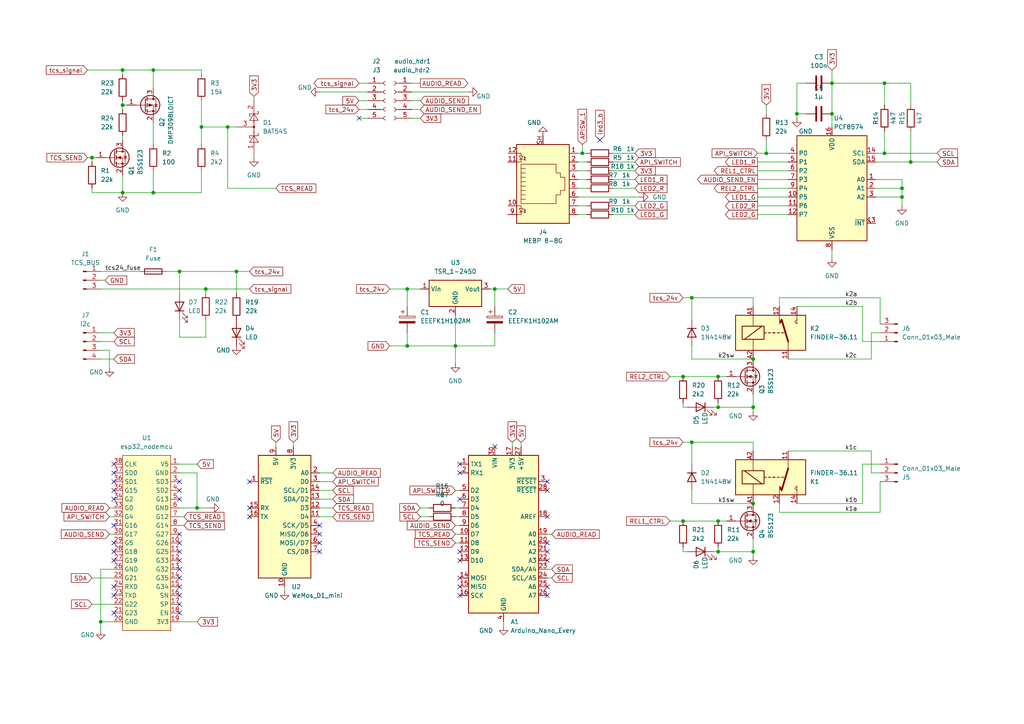
<source format=kicad_sch>
(kicad_sch (version 20211123) (generator eeschema)

  (uuid 9538e4ed-27e6-4c37-b989-9859dc0d49e8)

  (paper "A4")

  

  (junction (at 132.08 100.33) (diameter 0) (color 0 0 0 0)
    (uuid 0016194a-fa48-4c63-b134-f938bcb2a511)
  )
  (junction (at 222.25 44.45) (diameter 0) (color 0 0 0 0)
    (uuid 0b8bab44-a514-4c7b-a19d-20641845367c)
  )
  (junction (at 261.62 54.61) (diameter 0) (color 0 0 0 0)
    (uuid 0cd52fb0-e4d3-42f8-90d8-51ad815025f3)
  )
  (junction (at 198.12 109.22) (diameter 0) (color 0 0 0 0)
    (uuid 12cc3c11-1615-416f-937a-a65cb7f9dc7f)
  )
  (junction (at 118.11 100.33) (diameter 0) (color 0 0 0 0)
    (uuid 2093c2b8-e6e5-4ef3-8311-742d848d4efe)
  )
  (junction (at 208.28 118.11) (diameter 0) (color 0 0 0 0)
    (uuid 2349dbed-2486-46ec-a530-7a8758d5d88a)
  )
  (junction (at 168.91 44.45) (diameter 0) (color 0 0 0 0)
    (uuid 24c90521-d66f-4e10-859f-12b1e0aed60b)
  )
  (junction (at 200.66 86.36) (diameter 0) (color 0 0 0 0)
    (uuid 2bd5113b-0dd3-4cb7-9f4a-e35ddad36fb3)
  )
  (junction (at 57.15 147.32) (diameter 0) (color 0 0 0 0)
    (uuid 2ee39aa1-d36a-4833-bbbe-d594b0293cd9)
  )
  (junction (at 264.16 46.99) (diameter 0) (color 0 0 0 0)
    (uuid 34b38a94-a5bf-40eb-a14d-9965bb839325)
  )
  (junction (at 52.07 78.74) (diameter 0) (color 0 0 0 0)
    (uuid 37a866bb-8fbb-4e79-bcf2-09a624879e01)
  )
  (junction (at 44.45 55.88) (diameter 0) (color 0 0 0 0)
    (uuid 3afd15d7-e1a2-4640-a3b5-e7f8e38c4db2)
  )
  (junction (at 241.3 24.13) (diameter 0) (color 0 0 0 0)
    (uuid 3d062785-1c18-4166-8956-07ccb7dbaa2d)
  )
  (junction (at 58.42 36.83) (diameter 0) (color 0 0 0 0)
    (uuid 3f38617c-d4e3-4b66-b05e-7bf3384a4f58)
  )
  (junction (at 218.44 104.14) (diameter 0) (color 0 0 0 0)
    (uuid 403420a1-c32d-4c15-8f44-ed92908d5385)
  )
  (junction (at 26.67 45.72) (diameter 0) (color 0 0 0 0)
    (uuid 5164dd03-f598-4b4f-b79f-8313f0b302fa)
  )
  (junction (at 118.11 83.82) (diameter 0) (color 0 0 0 0)
    (uuid 54581db6-bc66-4906-abb2-8295d0e21269)
  )
  (junction (at 68.58 78.74) (diameter 0) (color 0 0 0 0)
    (uuid 5674b77f-5ddb-4b33-8b36-fdc1fc90e9c3)
  )
  (junction (at 256.54 24.13) (diameter 0) (color 0 0 0 0)
    (uuid 5818c6c7-9a6d-46e6-90b6-6056d728dcbd)
  )
  (junction (at 208.28 160.02) (diameter 0) (color 0 0 0 0)
    (uuid 5d4e1426-52db-40ea-add0-fa18688588eb)
  )
  (junction (at 35.56 30.48) (diameter 0) (color 0 0 0 0)
    (uuid 61eb8908-e0a9-4412-8019-9b641be45a3c)
  )
  (junction (at 256.54 44.45) (diameter 0) (color 0 0 0 0)
    (uuid 683cb927-264e-4a95-bc77-8747a9eb72e8)
  )
  (junction (at 261.62 57.15) (diameter 0) (color 0 0 0 0)
    (uuid 7196ddbf-c970-491b-8dee-30405b0edcb1)
  )
  (junction (at 241.3 33.02) (diameter 0) (color 0 0 0 0)
    (uuid 7c944093-89d8-42f7-85cb-c133f3ebbdc5)
  )
  (junction (at 59.69 83.82) (diameter 0) (color 0 0 0 0)
    (uuid 80a781f6-a2ed-47dd-b8e4-2ed33126fd69)
  )
  (junction (at 35.56 55.88) (diameter 0) (color 0 0 0 0)
    (uuid 80c4e2c5-1832-4c10-b01d-44ac16c5ceaa)
  )
  (junction (at 44.45 20.32) (diameter 0) (color 0 0 0 0)
    (uuid 849f1020-01f2-45ad-9da2-f2068812c2c2)
  )
  (junction (at 218.44 118.11) (diameter 0) (color 0 0 0 0)
    (uuid 8d181ebc-1be6-4f4f-b719-241f28ef5c04)
  )
  (junction (at 218.44 160.02) (diameter 0) (color 0 0 0 0)
    (uuid 976746f6-105a-4737-b4b4-d8cc044804df)
  )
  (junction (at 231.14 33.02) (diameter 0) (color 0 0 0 0)
    (uuid 98499033-317d-46bf-aca8-808e47f0a88c)
  )
  (junction (at 35.56 20.32) (diameter 0) (color 0 0 0 0)
    (uuid aade682f-4f30-4536-a302-aadb04cc4494)
  )
  (junction (at 66.04 36.83) (diameter 0) (color 0 0 0 0)
    (uuid b51379f2-bd7a-4cc4-94a2-ddb2154d1ab8)
  )
  (junction (at 198.12 151.13) (diameter 0) (color 0 0 0 0)
    (uuid c7025893-da1a-49ad-8836-65791691468e)
  )
  (junction (at 143.51 83.82) (diameter 0) (color 0 0 0 0)
    (uuid cb376699-476d-4bdc-9085-ee2327fbb704)
  )
  (junction (at 29.21 180.34) (diameter 0) (color 0 0 0 0)
    (uuid cd4e20de-f78a-48e6-b396-5e41b812f1c4)
  )
  (junction (at 208.28 109.22) (diameter 0) (color 0 0 0 0)
    (uuid d0b85be4-288a-40b2-aed1-c5f115253616)
  )
  (junction (at 200.66 128.27) (diameter 0) (color 0 0 0 0)
    (uuid d157f718-08f0-4bfb-8d7a-2cacc9308a56)
  )
  (junction (at 208.28 151.13) (diameter 0) (color 0 0 0 0)
    (uuid e78911c8-1340-4a67-ba16-8e8b45ba3dbb)
  )
  (junction (at 218.44 146.05) (diameter 0) (color 0 0 0 0)
    (uuid ef90f820-371b-4596-9cbd-bdff7c41cfac)
  )

  (no_connect (at 33.02 177.8) (uuid 05ba603c-7575-44f4-b8d6-50e2b897f023))
  (no_connect (at 33.02 172.72) (uuid 05ba603c-7575-44f4-b8d6-50e2b897f024))
  (no_connect (at 33.02 170.18) (uuid 05ba603c-7575-44f4-b8d6-50e2b897f025))
  (no_connect (at 33.02 162.56) (uuid 05ba603c-7575-44f4-b8d6-50e2b897f026))
  (no_connect (at 33.02 160.02) (uuid 05ba603c-7575-44f4-b8d6-50e2b897f027))
  (no_connect (at 33.02 157.48) (uuid 05ba603c-7575-44f4-b8d6-50e2b897f028))
  (no_connect (at 33.02 152.4) (uuid 05ba603c-7575-44f4-b8d6-50e2b897f029))
  (no_connect (at 33.02 144.78) (uuid 05ba603c-7575-44f4-b8d6-50e2b897f02a))
  (no_connect (at 33.02 139.7) (uuid 05ba603c-7575-44f4-b8d6-50e2b897f02b))
  (no_connect (at 33.02 142.24) (uuid 05ba603c-7575-44f4-b8d6-50e2b897f02c))
  (no_connect (at 33.02 137.16) (uuid 05ba603c-7575-44f4-b8d6-50e2b897f02d))
  (no_connect (at 52.07 175.26) (uuid 05ba603c-7575-44f4-b8d6-50e2b897f02e))
  (no_connect (at 52.07 177.8) (uuid 05ba603c-7575-44f4-b8d6-50e2b897f02f))
  (no_connect (at 52.07 154.94) (uuid 3f908f5b-3bd1-4df4-80a4-4b04165abda1))
  (no_connect (at 52.07 157.48) (uuid 3f908f5b-3bd1-4df4-80a4-4b04165abda2))
  (no_connect (at 52.07 160.02) (uuid 3f908f5b-3bd1-4df4-80a4-4b04165abda3))
  (no_connect (at 52.07 162.56) (uuid 3f908f5b-3bd1-4df4-80a4-4b04165abda4))
  (no_connect (at 52.07 165.1) (uuid 3f908f5b-3bd1-4df4-80a4-4b04165abda5))
  (no_connect (at 158.75 139.7) (uuid 3f908f5b-3bd1-4df4-80a4-4b04165abda6))
  (no_connect (at 158.75 142.24) (uuid 3f908f5b-3bd1-4df4-80a4-4b04165abda7))
  (no_connect (at 158.75 149.86) (uuid 3f908f5b-3bd1-4df4-80a4-4b04165abda8))
  (no_connect (at 133.35 162.56) (uuid 3f908f5b-3bd1-4df4-80a4-4b04165abda9))
  (no_connect (at 133.35 160.02) (uuid 3f908f5b-3bd1-4df4-80a4-4b04165abdaa))
  (no_connect (at 133.35 144.78) (uuid 3f908f5b-3bd1-4df4-80a4-4b04165abdab))
  (no_connect (at 133.35 137.16) (uuid 3f908f5b-3bd1-4df4-80a4-4b04165abdac))
  (no_connect (at 133.35 134.62) (uuid 3f908f5b-3bd1-4df4-80a4-4b04165abdad))
  (no_connect (at 158.75 170.18) (uuid 3f908f5b-3bd1-4df4-80a4-4b04165abdae))
  (no_connect (at 158.75 172.72) (uuid 3f908f5b-3bd1-4df4-80a4-4b04165abdaf))
  (no_connect (at 143.51 129.54) (uuid 3f908f5b-3bd1-4df4-80a4-4b04165abdb0))
  (no_connect (at 158.75 157.48) (uuid 3f908f5b-3bd1-4df4-80a4-4b04165abdb1))
  (no_connect (at 158.75 160.02) (uuid 3f908f5b-3bd1-4df4-80a4-4b04165abdb2))
  (no_connect (at 158.75 162.56) (uuid 3f908f5b-3bd1-4df4-80a4-4b04165abdb3))
  (no_connect (at 133.35 172.72) (uuid 3f908f5b-3bd1-4df4-80a4-4b04165abdb4))
  (no_connect (at 133.35 170.18) (uuid 3f908f5b-3bd1-4df4-80a4-4b04165abdb5))
  (no_connect (at 133.35 167.64) (uuid 3f908f5b-3bd1-4df4-80a4-4b04165abdb6))
  (no_connect (at 52.07 167.64) (uuid 3f908f5b-3bd1-4df4-80a4-4b04165abdb7))
  (no_connect (at 52.07 170.18) (uuid 3f908f5b-3bd1-4df4-80a4-4b04165abdb8))
  (no_connect (at 52.07 172.72) (uuid 3f908f5b-3bd1-4df4-80a4-4b04165abdb9))
  (no_connect (at 173.99 40.64) (uuid 47162e09-c117-4f93-8af0-fbfced40de1d))
  (no_connect (at 33.02 134.62) (uuid 4fd77ea4-eaad-4909-8beb-38513c56b5dd))
  (no_connect (at 52.07 139.7) (uuid 4fd77ea4-eaad-4909-8beb-38513c56b5de))
  (no_connect (at 52.07 142.24) (uuid 4fd77ea4-eaad-4909-8beb-38513c56b5df))
  (no_connect (at 52.07 144.78) (uuid 4fd77ea4-eaad-4909-8beb-38513c56b5e0))
  (no_connect (at 92.71 160.02) (uuid 4fd77ea4-eaad-4909-8beb-38513c56b5e1))
  (no_connect (at 92.71 157.48) (uuid 4fd77ea4-eaad-4909-8beb-38513c56b5e2))
  (no_connect (at 92.71 154.94) (uuid 4fd77ea4-eaad-4909-8beb-38513c56b5e3))
  (no_connect (at 92.71 152.4) (uuid 4fd77ea4-eaad-4909-8beb-38513c56b5e4))
  (no_connect (at 72.39 139.7) (uuid 4fd77ea4-eaad-4909-8beb-38513c56b5e5))
  (no_connect (at 72.39 147.32) (uuid 4fd77ea4-eaad-4909-8beb-38513c56b5e6))
  (no_connect (at 72.39 149.86) (uuid 4fd77ea4-eaad-4909-8beb-38513c56b5e7))
  (no_connect (at 104.14 34.29) (uuid d5072d28-56cb-4318-8b76-a13516378e9c))

  (wire (pts (xy 256.54 38.1) (xy 256.54 44.45))
    (stroke (width 0) (type default) (color 0 0 0 0))
    (uuid 00a236b9-97ba-4bec-9d3b-21127f838253)
  )
  (wire (pts (xy 35.56 31.75) (xy 35.56 30.48))
    (stroke (width 0) (type default) (color 0 0 0 0))
    (uuid 023cf66f-dc82-4f17-99b4-3690121ffbf6)
  )
  (wire (pts (xy 132.08 147.32) (xy 133.35 147.32))
    (stroke (width 0) (type default) (color 0 0 0 0))
    (uuid 0311f530-27bb-44f3-a57d-157080ec997a)
  )
  (wire (pts (xy 29.21 83.82) (xy 59.69 83.82))
    (stroke (width 0) (type default) (color 0 0 0 0))
    (uuid 033749bb-89ca-4121-a166-7ce445e2b06f)
  )
  (wire (pts (xy 66.04 36.83) (xy 68.58 36.83))
    (stroke (width 0) (type default) (color 0 0 0 0))
    (uuid 04193058-280f-49a4-8962-f4ced5500d3e)
  )
  (wire (pts (xy 218.44 86.36) (xy 200.66 86.36))
    (stroke (width 0) (type default) (color 0 0 0 0))
    (uuid 0613906d-61d6-4825-8db1-a28d7865600c)
  )
  (wire (pts (xy 118.11 83.82) (xy 121.92 83.82))
    (stroke (width 0) (type default) (color 0 0 0 0))
    (uuid 068211a8-3c3e-4d88-8642-d616bb9f6608)
  )
  (wire (pts (xy 241.3 24.13) (xy 241.3 33.02))
    (stroke (width 0) (type default) (color 0 0 0 0))
    (uuid 06aab704-1165-4b2a-b963-9750de62390c)
  )
  (wire (pts (xy 219.71 52.07) (xy 228.6 52.07))
    (stroke (width 0) (type default) (color 0 0 0 0))
    (uuid 06d98871-5289-46bd-a807-d8db77e72f2a)
  )
  (wire (pts (xy 35.56 20.32) (xy 44.45 20.32))
    (stroke (width 0) (type default) (color 0 0 0 0))
    (uuid 07832504-6aca-4496-bad5-a6609f3ce449)
  )
  (wire (pts (xy 52.07 180.34) (xy 57.15 180.34))
    (stroke (width 0) (type default) (color 0 0 0 0))
    (uuid 09f1fdda-42ef-4705-8b20-428cbd001db7)
  )
  (wire (pts (xy 121.92 147.32) (xy 124.46 147.32))
    (stroke (width 0) (type default) (color 0 0 0 0))
    (uuid 0ab755bc-1f14-498a-96e9-0efdb59e26b9)
  )
  (wire (pts (xy 231.14 33.02) (xy 231.14 34.29))
    (stroke (width 0) (type default) (color 0 0 0 0))
    (uuid 0ca39d65-fa7a-406e-8a4b-eeffa073b827)
  )
  (wire (pts (xy 167.64 59.69) (xy 170.18 59.69))
    (stroke (width 0) (type default) (color 0 0 0 0))
    (uuid 0ee41a5f-1fce-4115-bd0e-ae751c894b2d)
  )
  (wire (pts (xy 219.71 59.69) (xy 228.6 59.69))
    (stroke (width 0) (type default) (color 0 0 0 0))
    (uuid 10035730-7ed4-4c84-82cf-b6dfcdfc2501)
  )
  (wire (pts (xy 254 52.07) (xy 261.62 52.07))
    (stroke (width 0) (type default) (color 0 0 0 0))
    (uuid 10d7d5d2-f5cb-4596-9ff6-169dcc598e8d)
  )
  (wire (pts (xy 167.64 49.53) (xy 170.18 49.53))
    (stroke (width 0) (type default) (color 0 0 0 0))
    (uuid 115ef38a-fce6-497d-a6b5-0a63fb40303f)
  )
  (wire (pts (xy 25.4 20.32) (xy 35.56 20.32))
    (stroke (width 0) (type default) (color 0 0 0 0))
    (uuid 116b52f7-8181-49f6-97c0-3623efa9517d)
  )
  (wire (pts (xy 44.45 35.56) (xy 44.45 41.91))
    (stroke (width 0) (type default) (color 0 0 0 0))
    (uuid 11db2f25-76bb-4497-aaa0-990b91f53255)
  )
  (wire (pts (xy 31.75 101.6) (xy 31.75 106.68))
    (stroke (width 0) (type default) (color 0 0 0 0))
    (uuid 14829ab2-1e28-461a-9739-708ce9b66575)
  )
  (wire (pts (xy 177.8 46.99) (xy 184.15 46.99))
    (stroke (width 0) (type default) (color 0 0 0 0))
    (uuid 153a0c5b-e883-4e57-9ae8-18bb06c3f76b)
  )
  (wire (pts (xy 226.06 86.36) (xy 226.06 88.9))
    (stroke (width 0) (type default) (color 0 0 0 0))
    (uuid 165e58bf-5b4a-4e6c-8974-716a2930d247)
  )
  (wire (pts (xy 198.12 158.75) (xy 198.12 160.02))
    (stroke (width 0) (type default) (color 0 0 0 0))
    (uuid 16955220-5c6b-4655-a12e-45107f720f79)
  )
  (wire (pts (xy 52.07 134.62) (xy 57.15 134.62))
    (stroke (width 0) (type default) (color 0 0 0 0))
    (uuid 17d7eb09-ec34-4316-a762-7c578bb82aa1)
  )
  (wire (pts (xy 92.71 142.24) (xy 96.52 142.24))
    (stroke (width 0) (type default) (color 0 0 0 0))
    (uuid 18ed92e0-6903-476b-825d-635e4bb881a2)
  )
  (wire (pts (xy 222.25 30.48) (xy 222.25 33.02))
    (stroke (width 0) (type default) (color 0 0 0 0))
    (uuid 199bfd3c-7edc-4d60-9c78-774b27abdf15)
  )
  (wire (pts (xy 68.58 78.74) (xy 52.07 78.74))
    (stroke (width 0) (type default) (color 0 0 0 0))
    (uuid 19d74168-b3ca-4466-b35d-bdbcf52e1e6f)
  )
  (wire (pts (xy 104.14 34.29) (xy 106.68 34.29))
    (stroke (width 0) (type default) (color 0 0 0 0))
    (uuid 1a220c75-f0e8-4613-ab94-8eca2de7ec13)
  )
  (wire (pts (xy 132.08 157.48) (xy 133.35 157.48))
    (stroke (width 0) (type default) (color 0 0 0 0))
    (uuid 1c3a03cb-84d4-447d-8954-8dc6d5098b05)
  )
  (wire (pts (xy 250.19 88.9) (xy 250.19 99.06))
    (stroke (width 0) (type default) (color 0 0 0 0))
    (uuid 1cec4660-ae18-45a5-89be-f6cd5307e9a1)
  )
  (wire (pts (xy 241.3 20.32) (xy 241.3 24.13))
    (stroke (width 0) (type default) (color 0 0 0 0))
    (uuid 1d50850b-a64a-4425-a6bb-be37bca4d094)
  )
  (wire (pts (xy 256.54 24.13) (xy 264.16 24.13))
    (stroke (width 0) (type default) (color 0 0 0 0))
    (uuid 1de707e5-6e57-4335-8f92-c95107791770)
  )
  (wire (pts (xy 29.21 101.6) (xy 31.75 101.6))
    (stroke (width 0) (type default) (color 0 0 0 0))
    (uuid 1e23e8e0-41f6-4b8b-87b0-2c753ee21369)
  )
  (wire (pts (xy 82.55 171.45) (xy 82.55 170.18))
    (stroke (width 0) (type default) (color 0 0 0 0))
    (uuid 1fc72820-ffc2-42e5-a126-e2a06da026c4)
  )
  (wire (pts (xy 228.6 104.14) (xy 252.73 104.14))
    (stroke (width 0) (type default) (color 0 0 0 0))
    (uuid 211ec554-876d-4c53-99e4-d9092d8e2aba)
  )
  (wire (pts (xy 59.69 83.82) (xy 72.39 83.82))
    (stroke (width 0) (type default) (color 0 0 0 0))
    (uuid 2148842c-1c9f-4371-b997-485d4b0b418f)
  )
  (wire (pts (xy 198.12 118.11) (xy 199.39 118.11))
    (stroke (width 0) (type default) (color 0 0 0 0))
    (uuid 2281a644-06f7-48d5-91d3-2b40ddeb4d57)
  )
  (wire (pts (xy 92.71 139.7) (xy 96.52 139.7))
    (stroke (width 0) (type default) (color 0 0 0 0))
    (uuid 2330d1c2-4475-4471-8b36-81c9fd7517ef)
  )
  (wire (pts (xy 255.27 99.06) (xy 250.19 99.06))
    (stroke (width 0) (type default) (color 0 0 0 0))
    (uuid 23bd7d5f-92a7-4559-b5d5-84ffc36b9ccd)
  )
  (wire (pts (xy 58.42 55.88) (xy 58.42 49.53))
    (stroke (width 0) (type default) (color 0 0 0 0))
    (uuid 25e62336-4b84-4bf6-a151-1e9f46c421d2)
  )
  (wire (pts (xy 184.15 52.07) (xy 177.8 52.07))
    (stroke (width 0) (type default) (color 0 0 0 0))
    (uuid 27559d59-6931-4b0d-b0ea-eb2f5d7bc6c0)
  )
  (wire (pts (xy 198.12 128.27) (xy 200.66 128.27))
    (stroke (width 0) (type default) (color 0 0 0 0))
    (uuid 28189db6-5688-4b31-8e62-cd69d04a564e)
  )
  (wire (pts (xy 132.08 152.4) (xy 133.35 152.4))
    (stroke (width 0) (type default) (color 0 0 0 0))
    (uuid 290b7ed1-075a-4062-b5e8-cff57761d576)
  )
  (wire (pts (xy 231.14 33.02) (xy 233.68 33.02))
    (stroke (width 0) (type default) (color 0 0 0 0))
    (uuid 2a319871-e8ed-46b8-8b0a-bf8182c240dc)
  )
  (wire (pts (xy 208.28 109.22) (xy 210.82 109.22))
    (stroke (width 0) (type default) (color 0 0 0 0))
    (uuid 2b912de6-05dd-44a0-bcbb-b731c620aaad)
  )
  (wire (pts (xy 167.64 44.45) (xy 168.91 44.45))
    (stroke (width 0) (type default) (color 0 0 0 0))
    (uuid 2f2b0489-ec93-4276-92d9-7dd4e779d2df)
  )
  (wire (pts (xy 228.6 130.81) (xy 252.73 130.81))
    (stroke (width 0) (type default) (color 0 0 0 0))
    (uuid 2fedc080-9666-4a77-88f7-9ac83f804a06)
  )
  (wire (pts (xy 52.07 78.74) (xy 48.26 78.74))
    (stroke (width 0) (type default) (color 0 0 0 0))
    (uuid 32614eb6-d0d7-4df3-90f8-be06ba52cb4f)
  )
  (wire (pts (xy 104.14 29.21) (xy 106.68 29.21))
    (stroke (width 0) (type default) (color 0 0 0 0))
    (uuid 33e20d48-8001-484c-b0a7-907d7994f08b)
  )
  (wire (pts (xy 143.51 83.82) (xy 143.51 88.9))
    (stroke (width 0) (type default) (color 0 0 0 0))
    (uuid 34189807-6c57-4c1c-8a2d-f3c453210738)
  )
  (wire (pts (xy 231.14 24.13) (xy 233.68 24.13))
    (stroke (width 0) (type default) (color 0 0 0 0))
    (uuid 3424a015-191b-4482-87f3-8699877752b4)
  )
  (wire (pts (xy 207.01 118.11) (xy 208.28 118.11))
    (stroke (width 0) (type default) (color 0 0 0 0))
    (uuid 3666e299-f58d-4ae2-96d4-cd38fa3ab305)
  )
  (wire (pts (xy 92.71 144.78) (xy 96.52 144.78))
    (stroke (width 0) (type default) (color 0 0 0 0))
    (uuid 369af27d-500d-4675-bc71-0a639faf2935)
  )
  (wire (pts (xy 33.02 165.1) (xy 29.21 165.1))
    (stroke (width 0) (type default) (color 0 0 0 0))
    (uuid 36d2da08-7774-45ed-9767-bd36fc26fe76)
  )
  (wire (pts (xy 177.8 62.23) (xy 184.15 62.23))
    (stroke (width 0) (type default) (color 0 0 0 0))
    (uuid 38290730-327f-4ae5-a237-79a5d723b35e)
  )
  (wire (pts (xy 228.6 49.53) (xy 219.71 49.53))
    (stroke (width 0) (type default) (color 0 0 0 0))
    (uuid 39d36a00-20d7-47e3-bc21-ceebe92ba2b3)
  )
  (wire (pts (xy 254 44.45) (xy 256.54 44.45))
    (stroke (width 0) (type default) (color 0 0 0 0))
    (uuid 3b2cec61-d6f0-4d92-898c-27ed6dbbee08)
  )
  (wire (pts (xy 52.07 152.4) (xy 53.34 152.4))
    (stroke (width 0) (type default) (color 0 0 0 0))
    (uuid 3bb9a047-8817-4ae0-a2e9-3b3649b0fdf2)
  )
  (wire (pts (xy 252.73 96.52) (xy 252.73 104.14))
    (stroke (width 0) (type default) (color 0 0 0 0))
    (uuid 3d2833a4-6b68-4b23-b53d-6b9e78a3ec02)
  )
  (wire (pts (xy 80.01 128.27) (xy 80.01 129.54))
    (stroke (width 0) (type default) (color 0 0 0 0))
    (uuid 3d445696-8070-4e36-b534-f51d503fa731)
  )
  (wire (pts (xy 167.64 62.23) (xy 170.18 62.23))
    (stroke (width 0) (type default) (color 0 0 0 0))
    (uuid 3e4bc2a5-161c-4ab7-bdf8-f2bef74c0bf5)
  )
  (wire (pts (xy 218.44 160.02) (xy 208.28 160.02))
    (stroke (width 0) (type default) (color 0 0 0 0))
    (uuid 3f3301ec-02eb-4fb7-b602-9e07dd819bcd)
  )
  (wire (pts (xy 200.66 104.14) (xy 200.66 100.33))
    (stroke (width 0) (type default) (color 0 0 0 0))
    (uuid 3f50e8eb-9d11-480a-b6ff-ff9c12dd5e59)
  )
  (wire (pts (xy 143.51 83.82) (xy 147.32 83.82))
    (stroke (width 0) (type default) (color 0 0 0 0))
    (uuid 40ff8382-5995-46c2-8229-8dd018bca9ea)
  )
  (wire (pts (xy 158.75 165.1) (xy 160.02 165.1))
    (stroke (width 0) (type default) (color 0 0 0 0))
    (uuid 42f61a41-2c1e-4b17-ab73-13b2ad0fe87e)
  )
  (wire (pts (xy 250.19 134.62) (xy 255.27 134.62))
    (stroke (width 0) (type default) (color 0 0 0 0))
    (uuid 430379ff-1ac5-4319-af88-0709eb150eda)
  )
  (wire (pts (xy 59.69 92.71) (xy 59.69 97.79))
    (stroke (width 0) (type default) (color 0 0 0 0))
    (uuid 48c3a638-6d4a-4432-b17d-9c096da6fa37)
  )
  (wire (pts (xy 222.25 40.64) (xy 222.25 44.45))
    (stroke (width 0) (type default) (color 0 0 0 0))
    (uuid 49039627-8c25-4920-b83c-ee172ebb5d3b)
  )
  (wire (pts (xy 57.15 137.16) (xy 57.15 147.32))
    (stroke (width 0) (type default) (color 0 0 0 0))
    (uuid 4abcc845-2c5e-419c-b3af-b822c7c0d8a8)
  )
  (wire (pts (xy 218.44 146.05) (xy 200.66 146.05))
    (stroke (width 0) (type default) (color 0 0 0 0))
    (uuid 4d88f0e3-c133-4cf1-9b3b-4ca9c49a5a9e)
  )
  (wire (pts (xy 218.44 104.14) (xy 200.66 104.14))
    (stroke (width 0) (type default) (color 0 0 0 0))
    (uuid 5052b153-ff1e-4f2b-984b-135f4ffb68c0)
  )
  (wire (pts (xy 119.38 34.29) (xy 121.92 34.29))
    (stroke (width 0) (type default) (color 0 0 0 0))
    (uuid 5274a696-4409-4d04-9cc6-a4a7587324f3)
  )
  (wire (pts (xy 142.24 83.82) (xy 143.51 83.82))
    (stroke (width 0) (type default) (color 0 0 0 0))
    (uuid 535a5bfe-7b43-4a1e-beac-0e5e56713dd3)
  )
  (wire (pts (xy 222.25 44.45) (xy 228.6 44.45))
    (stroke (width 0) (type default) (color 0 0 0 0))
    (uuid 5510cffd-287a-4c51-9526-73cc8468efb0)
  )
  (wire (pts (xy 194.31 151.13) (xy 198.12 151.13))
    (stroke (width 0) (type default) (color 0 0 0 0))
    (uuid 5a5ae872-e62f-4f99-b9e7-69a707d17d3a)
  )
  (wire (pts (xy 167.64 57.15) (xy 185.42 57.15))
    (stroke (width 0) (type default) (color 0 0 0 0))
    (uuid 5b093bfb-a967-4aa0-97fc-126f510ea586)
  )
  (wire (pts (xy 58.42 29.21) (xy 58.42 36.83))
    (stroke (width 0) (type default) (color 0 0 0 0))
    (uuid 5b3ba91e-6067-406b-a216-3fc6bef43678)
  )
  (wire (pts (xy 92.71 147.32) (xy 96.52 147.32))
    (stroke (width 0) (type default) (color 0 0 0 0))
    (uuid 5bb011f6-c2e3-464d-8465-6125b7cc50e8)
  )
  (wire (pts (xy 200.66 86.36) (xy 200.66 92.71))
    (stroke (width 0) (type default) (color 0 0 0 0))
    (uuid 5c815ca7-6e2a-4c97-bf1b-e80a5143bb50)
  )
  (wire (pts (xy 219.71 57.15) (xy 228.6 57.15))
    (stroke (width 0) (type default) (color 0 0 0 0))
    (uuid 5ca60496-76a5-4e2a-bba8-d42e94f5c660)
  )
  (wire (pts (xy 72.39 78.74) (xy 68.58 78.74))
    (stroke (width 0) (type default) (color 0 0 0 0))
    (uuid 5d765311-e65c-4d76-b571-c792523e25bf)
  )
  (wire (pts (xy 44.45 55.88) (xy 58.42 55.88))
    (stroke (width 0) (type default) (color 0 0 0 0))
    (uuid 5f33c8fe-36f9-48ff-a8ed-95699fb58da8)
  )
  (wire (pts (xy 33.02 180.34) (xy 29.21 180.34))
    (stroke (width 0) (type default) (color 0 0 0 0))
    (uuid 5fa402bb-5560-4ea5-b7ac-ac9eb1733d81)
  )
  (wire (pts (xy 68.58 78.74) (xy 68.58 85.09))
    (stroke (width 0) (type default) (color 0 0 0 0))
    (uuid 5fda73d3-2faf-456c-8197-038b85296b9f)
  )
  (wire (pts (xy 26.67 45.72) (xy 27.94 45.72))
    (stroke (width 0) (type default) (color 0 0 0 0))
    (uuid 6116de00-ff42-4373-842a-4c0ef373906b)
  )
  (wire (pts (xy 121.92 149.86) (xy 124.46 149.86))
    (stroke (width 0) (type default) (color 0 0 0 0))
    (uuid 623b6bf8-b48f-486c-b053-c8af6b68aced)
  )
  (wire (pts (xy 218.44 130.81) (xy 218.44 128.27))
    (stroke (width 0) (type default) (color 0 0 0 0))
    (uuid 62ac7cbe-6c69-4c27-8b17-c3192a9689e6)
  )
  (wire (pts (xy 255.27 93.98) (xy 255.27 86.36))
    (stroke (width 0) (type default) (color 0 0 0 0))
    (uuid 64971d24-2d86-4d9c-9f67-c9b4c2403435)
  )
  (wire (pts (xy 167.64 54.61) (xy 170.18 54.61))
    (stroke (width 0) (type default) (color 0 0 0 0))
    (uuid 64e889b0-ed00-4f32-ad02-13d0d9b4194e)
  )
  (wire (pts (xy 219.71 46.99) (xy 228.6 46.99))
    (stroke (width 0) (type default) (color 0 0 0 0))
    (uuid 6918219e-eb87-4de8-a1b0-0ec4141920da)
  )
  (wire (pts (xy 92.71 137.16) (xy 96.52 137.16))
    (stroke (width 0) (type default) (color 0 0 0 0))
    (uuid 6a3ac14c-4a85-4667-966a-7d0148472c12)
  )
  (wire (pts (xy 58.42 36.83) (xy 58.42 41.91))
    (stroke (width 0) (type default) (color 0 0 0 0))
    (uuid 6a7bf1f9-0d1b-4dfa-b395-0fbf2b3e1764)
  )
  (wire (pts (xy 52.07 137.16) (xy 57.15 137.16))
    (stroke (width 0) (type default) (color 0 0 0 0))
    (uuid 6c2cbc4d-efe2-416f-a9ce-56bff87eef29)
  )
  (wire (pts (xy 208.28 151.13) (xy 210.82 151.13))
    (stroke (width 0) (type default) (color 0 0 0 0))
    (uuid 6c7ab1da-ccd2-4009-91b4-1f44db8599b0)
  )
  (wire (pts (xy 132.08 91.44) (xy 132.08 100.33))
    (stroke (width 0) (type default) (color 0 0 0 0))
    (uuid 6d2f15d7-c025-402c-96e1-7736d6cabfe1)
  )
  (wire (pts (xy 35.56 30.48) (xy 35.56 29.21))
    (stroke (width 0) (type default) (color 0 0 0 0))
    (uuid 6d730227-a281-4ca9-8dba-d01c6728708d)
  )
  (wire (pts (xy 44.45 49.53) (xy 44.45 55.88))
    (stroke (width 0) (type default) (color 0 0 0 0))
    (uuid 6eff3829-fb46-46fa-98c5-23f60907105e)
  )
  (wire (pts (xy 226.06 146.05) (xy 226.06 148.59))
    (stroke (width 0) (type default) (color 0 0 0 0))
    (uuid 71c24d90-2810-477b-9c1f-075b416090d0)
  )
  (wire (pts (xy 218.44 118.11) (xy 208.28 118.11))
    (stroke (width 0) (type default) (color 0 0 0 0))
    (uuid 71ee86b5-2d9b-48ff-b3e2-0c0584c13523)
  )
  (wire (pts (xy 231.14 24.13) (xy 231.14 33.02))
    (stroke (width 0) (type default) (color 0 0 0 0))
    (uuid 7467eba9-1fd8-4e3b-86f9-8659e86dfbed)
  )
  (wire (pts (xy 35.56 21.59) (xy 35.56 20.32))
    (stroke (width 0) (type default) (color 0 0 0 0))
    (uuid 748d0bf1-3310-4d3f-8b4f-eaded085fc35)
  )
  (wire (pts (xy 29.21 99.06) (xy 33.02 99.06))
    (stroke (width 0) (type default) (color 0 0 0 0))
    (uuid 76a96d6e-f208-4724-a552-4509273e4c7f)
  )
  (wire (pts (xy 241.3 72.39) (xy 241.3 74.93))
    (stroke (width 0) (type default) (color 0 0 0 0))
    (uuid 77a97611-fc7f-4f46-976d-aa4d8f6a617f)
  )
  (wire (pts (xy 256.54 30.48) (xy 256.54 24.13))
    (stroke (width 0) (type default) (color 0 0 0 0))
    (uuid 77ca8e09-83f8-448c-9565-72bc731a025d)
  )
  (wire (pts (xy 151.13 128.27) (xy 151.13 129.54))
    (stroke (width 0) (type default) (color 0 0 0 0))
    (uuid 78c7787f-c3b8-4d51-927b-d062b4ccdb10)
  )
  (wire (pts (xy 218.44 118.11) (xy 218.44 114.3))
    (stroke (width 0) (type default) (color 0 0 0 0))
    (uuid 7a7f4353-2d75-4517-be77-e3ae13b07f36)
  )
  (wire (pts (xy 219.71 44.45) (xy 222.25 44.45))
    (stroke (width 0) (type default) (color 0 0 0 0))
    (uuid 8121aec9-861c-44d2-97c1-76918627d9b1)
  )
  (wire (pts (xy 118.11 83.82) (xy 118.11 88.9))
    (stroke (width 0) (type default) (color 0 0 0 0))
    (uuid 81d3cebb-22fe-4ef9-acf6-b61bb0a7c2ab)
  )
  (wire (pts (xy 29.21 78.74) (xy 40.64 78.74))
    (stroke (width 0) (type default) (color 0 0 0 0))
    (uuid 82e8ce5a-cc05-4f5f-8b1b-96903750c033)
  )
  (wire (pts (xy 231.14 146.05) (xy 250.19 146.05))
    (stroke (width 0) (type default) (color 0 0 0 0))
    (uuid 84c0c423-a450-4e82-b7b5-fe0608d1dbd5)
  )
  (wire (pts (xy 241.3 24.13) (xy 256.54 24.13))
    (stroke (width 0) (type default) (color 0 0 0 0))
    (uuid 859c79e1-62e8-45c0-8acb-ede2880e4b37)
  )
  (wire (pts (xy 177.8 59.69) (xy 184.15 59.69))
    (stroke (width 0) (type default) (color 0 0 0 0))
    (uuid 85ba17c4-cc87-4d89-96a9-f9ca23c3d27b)
  )
  (wire (pts (xy 200.66 128.27) (xy 200.66 134.62))
    (stroke (width 0) (type default) (color 0 0 0 0))
    (uuid 88340377-13a8-4a0e-aa80-b064bcb166d4)
  )
  (wire (pts (xy 52.07 149.86) (xy 53.34 149.86))
    (stroke (width 0) (type default) (color 0 0 0 0))
    (uuid 8ea07948-77b4-4e68-9033-48179b871603)
  )
  (wire (pts (xy 104.14 24.13) (xy 106.68 24.13))
    (stroke (width 0) (type default) (color 0 0 0 0))
    (uuid 900851da-616f-4092-8320-c7891363314e)
  )
  (wire (pts (xy 261.62 54.61) (xy 261.62 57.15))
    (stroke (width 0) (type default) (color 0 0 0 0))
    (uuid 908c5140-37ea-497e-9179-d12e5b0b8ddf)
  )
  (wire (pts (xy 52.07 78.74) (xy 52.07 85.09))
    (stroke (width 0) (type default) (color 0 0 0 0))
    (uuid 94935bac-965e-40dd-bc12-4bd0d4dc4013)
  )
  (wire (pts (xy 208.28 118.11) (xy 208.28 116.84))
    (stroke (width 0) (type default) (color 0 0 0 0))
    (uuid 953b51c2-5fe4-42b5-b1ca-cd570961ec0e)
  )
  (wire (pts (xy 158.75 167.64) (xy 160.02 167.64))
    (stroke (width 0) (type default) (color 0 0 0 0))
    (uuid 962f49b8-2e5b-4434-829f-dfe977afaa9c)
  )
  (wire (pts (xy 208.28 160.02) (xy 208.28 158.75))
    (stroke (width 0) (type default) (color 0 0 0 0))
    (uuid 9818e4bd-988a-4325-a234-74d452d5b77a)
  )
  (wire (pts (xy 92.71 26.67) (xy 106.68 26.67))
    (stroke (width 0) (type default) (color 0 0 0 0))
    (uuid 985cb72f-5450-4b5c-84b4-21e39e1b5503)
  )
  (wire (pts (xy 167.64 46.99) (xy 170.18 46.99))
    (stroke (width 0) (type default) (color 0 0 0 0))
    (uuid 98aff9fc-ba43-4856-8e2a-bb7d34587803)
  )
  (wire (pts (xy 52.07 147.32) (xy 57.15 147.32))
    (stroke (width 0) (type default) (color 0 0 0 0))
    (uuid 98f40877-7ceb-45be-bdf9-a9b4d123c08d)
  )
  (wire (pts (xy 264.16 38.1) (xy 264.16 46.99))
    (stroke (width 0) (type default) (color 0 0 0 0))
    (uuid 9975ab39-939b-4411-b934-cd4abeabafeb)
  )
  (wire (pts (xy 92.71 149.86) (xy 96.52 149.86))
    (stroke (width 0) (type default) (color 0 0 0 0))
    (uuid 9b051563-4278-488a-a7de-04858f786db1)
  )
  (wire (pts (xy 207.01 160.02) (xy 208.28 160.02))
    (stroke (width 0) (type default) (color 0 0 0 0))
    (uuid 9ba0cf16-fc90-48a0-b4b5-b70bed2453ee)
  )
  (wire (pts (xy 264.16 24.13) (xy 264.16 30.48))
    (stroke (width 0) (type default) (color 0 0 0 0))
    (uuid 9f357d56-081e-4753-b16c-898801250269)
  )
  (wire (pts (xy 58.42 20.32) (xy 58.42 21.59))
    (stroke (width 0) (type default) (color 0 0 0 0))
    (uuid a3baefbd-a96f-4253-8253-075a9aeddbe1)
  )
  (wire (pts (xy 31.75 149.86) (xy 33.02 149.86))
    (stroke (width 0) (type default) (color 0 0 0 0))
    (uuid a4e6c14b-9cca-48e5-9bdf-c10086849917)
  )
  (wire (pts (xy 26.67 175.26) (xy 33.02 175.26))
    (stroke (width 0) (type default) (color 0 0 0 0))
    (uuid a663a151-20b3-4b2d-b6e8-a39469d78934)
  )
  (wire (pts (xy 59.69 83.82) (xy 59.69 85.09))
    (stroke (width 0) (type default) (color 0 0 0 0))
    (uuid a74f23ed-7388-44fe-9862-a5765c31af6d)
  )
  (wire (pts (xy 66.04 54.61) (xy 80.01 54.61))
    (stroke (width 0) (type default) (color 0 0 0 0))
    (uuid a95ee28b-1648-4f7a-b648-2c91193c81f3)
  )
  (wire (pts (xy 66.04 36.83) (xy 66.04 54.61))
    (stroke (width 0) (type default) (color 0 0 0 0))
    (uuid aab0e8f5-3ffd-4b3a-b04a-0899256cd7ac)
  )
  (wire (pts (xy 254 57.15) (xy 261.62 57.15))
    (stroke (width 0) (type default) (color 0 0 0 0))
    (uuid ab7de735-b459-4979-8e7d-2f5467d9e80b)
  )
  (wire (pts (xy 261.62 57.15) (xy 261.62 59.69))
    (stroke (width 0) (type default) (color 0 0 0 0))
    (uuid b15ac447-b464-4fdc-8fab-1e76e308caef)
  )
  (wire (pts (xy 119.38 29.21) (xy 121.92 29.21))
    (stroke (width 0) (type default) (color 0 0 0 0))
    (uuid b462f8ef-fae2-41d0-99cc-8b3e820d05d9)
  )
  (wire (pts (xy 132.08 154.94) (xy 133.35 154.94))
    (stroke (width 0) (type default) (color 0 0 0 0))
    (uuid b5d6cdad-c91b-4a8b-9f0e-c0eb4e8d6311)
  )
  (wire (pts (xy 250.19 146.05) (xy 250.19 134.62))
    (stroke (width 0) (type default) (color 0 0 0 0))
    (uuid b95a241f-bdf8-4766-86e8-2d5807872c3e)
  )
  (wire (pts (xy 118.11 96.52) (xy 118.11 100.33))
    (stroke (width 0) (type default) (color 0 0 0 0))
    (uuid b9b07935-5f0d-4aaa-83b1-05e0314252e2)
  )
  (wire (pts (xy 113.03 83.82) (xy 118.11 83.82))
    (stroke (width 0) (type default) (color 0 0 0 0))
    (uuid ba6de366-936b-404f-9d48-15a12c188700)
  )
  (wire (pts (xy 119.38 26.67) (xy 135.89 26.67))
    (stroke (width 0) (type default) (color 0 0 0 0))
    (uuid ba74f220-b202-423d-8d91-eca1f9d80ebb)
  )
  (wire (pts (xy 25.4 45.72) (xy 26.67 45.72))
    (stroke (width 0) (type default) (color 0 0 0 0))
    (uuid baf3cef8-a261-47c1-a6eb-db3c786b5967)
  )
  (wire (pts (xy 261.62 52.07) (xy 261.62 54.61))
    (stroke (width 0) (type default) (color 0 0 0 0))
    (uuid bbf90d7e-0a5f-46e1-af54-388d2ce2ce9c)
  )
  (wire (pts (xy 252.73 96.52) (xy 255.27 96.52))
    (stroke (width 0) (type default) (color 0 0 0 0))
    (uuid bc565afe-e57a-422d-8e76-c8d19af8ac45)
  )
  (wire (pts (xy 132.08 149.86) (xy 133.35 149.86))
    (stroke (width 0) (type default) (color 0 0 0 0))
    (uuid bd2abcfd-6c20-4a9a-b672-47e0e0985d9d)
  )
  (wire (pts (xy 35.56 39.37) (xy 35.56 40.64))
    (stroke (width 0) (type default) (color 0 0 0 0))
    (uuid be0de962-e741-4c3d-8280-5ec9c61905b3)
  )
  (wire (pts (xy 44.45 20.32) (xy 44.45 25.4))
    (stroke (width 0) (type default) (color 0 0 0 0))
    (uuid be332be5-23c5-46e0-8939-9fd4f8770cec)
  )
  (wire (pts (xy 254 54.61) (xy 261.62 54.61))
    (stroke (width 0) (type default) (color 0 0 0 0))
    (uuid bf152057-4a80-4b1b-8202-bc9dba409967)
  )
  (wire (pts (xy 198.12 160.02) (xy 199.39 160.02))
    (stroke (width 0) (type default) (color 0 0 0 0))
    (uuid bf91b3f6-f750-4f14-83c2-f4ce072bb3ef)
  )
  (wire (pts (xy 29.21 104.14) (xy 33.02 104.14))
    (stroke (width 0) (type default) (color 0 0 0 0))
    (uuid c15ecf9a-c9f1-4b0b-bd18-0d168806f175)
  )
  (wire (pts (xy 255.27 86.36) (xy 226.06 86.36))
    (stroke (width 0) (type default) (color 0 0 0 0))
    (uuid c1a30c59-5144-4b32-b8a9-54b8df6dc9b3)
  )
  (wire (pts (xy 218.44 88.9) (xy 218.44 86.36))
    (stroke (width 0) (type default) (color 0 0 0 0))
    (uuid c301d404-7218-41c7-87c5-cb59cc90c749)
  )
  (wire (pts (xy 148.59 128.27) (xy 148.59 129.54))
    (stroke (width 0) (type default) (color 0 0 0 0))
    (uuid c636d597-1324-4342-9e8c-cb727ec4880d)
  )
  (wire (pts (xy 59.69 97.79) (xy 52.07 97.79))
    (stroke (width 0) (type default) (color 0 0 0 0))
    (uuid c64f7e6b-5572-4591-9102-7b58bbe28dc6)
  )
  (wire (pts (xy 29.21 96.52) (xy 33.02 96.52))
    (stroke (width 0) (type default) (color 0 0 0 0))
    (uuid c83df236-61df-4bce-a365-87e7bf01f05d)
  )
  (wire (pts (xy 231.14 88.9) (xy 250.19 88.9))
    (stroke (width 0) (type default) (color 0 0 0 0))
    (uuid c86d28bc-f469-4f31-98fb-30c52b99bb76)
  )
  (wire (pts (xy 198.12 151.13) (xy 208.28 151.13))
    (stroke (width 0) (type default) (color 0 0 0 0))
    (uuid c9f73973-7a0a-48c2-8f23-272148822e6c)
  )
  (wire (pts (xy 119.38 31.75) (xy 121.92 31.75))
    (stroke (width 0) (type default) (color 0 0 0 0))
    (uuid caa7210e-1c3b-4667-be22-6521763fb097)
  )
  (wire (pts (xy 255.27 148.59) (xy 255.27 139.7))
    (stroke (width 0) (type default) (color 0 0 0 0))
    (uuid cac3ee3a-32bd-42f3-b79d-616d3ec30657)
  )
  (wire (pts (xy 35.56 55.88) (xy 26.67 55.88))
    (stroke (width 0) (type default) (color 0 0 0 0))
    (uuid cc8bf402-1a69-4553-bb04-2fc94dbdbe5d)
  )
  (wire (pts (xy 256.54 44.45) (xy 271.78 44.45))
    (stroke (width 0) (type default) (color 0 0 0 0))
    (uuid cdd7029e-28f8-4de8-b39f-161ac01cea64)
  )
  (wire (pts (xy 73.66 44.45) (xy 73.66 45.72))
    (stroke (width 0) (type default) (color 0 0 0 0))
    (uuid cdfbbda0-496c-4bf3-9afb-867b122172e6)
  )
  (wire (pts (xy 26.67 167.64) (xy 33.02 167.64))
    (stroke (width 0) (type default) (color 0 0 0 0))
    (uuid cf6987f9-4f56-4759-9456-63d700dd907f)
  )
  (wire (pts (xy 118.11 100.33) (xy 113.03 100.33))
    (stroke (width 0) (type default) (color 0 0 0 0))
    (uuid d256d509-b14d-453b-ab0e-65df7ada176f)
  )
  (wire (pts (xy 85.09 128.27) (xy 85.09 129.54))
    (stroke (width 0) (type default) (color 0 0 0 0))
    (uuid d26fd624-5e28-491f-9c4d-290a672306c2)
  )
  (wire (pts (xy 184.15 44.45) (xy 177.8 44.45))
    (stroke (width 0) (type default) (color 0 0 0 0))
    (uuid d36076c1-a84f-4641-acc9-6bab9d8025d4)
  )
  (wire (pts (xy 36.83 30.48) (xy 35.56 30.48))
    (stroke (width 0) (type default) (color 0 0 0 0))
    (uuid d4ef91f2-131b-412b-8ac0-c9fd0109137b)
  )
  (wire (pts (xy 26.67 55.88) (xy 26.67 54.61))
    (stroke (width 0) (type default) (color 0 0 0 0))
    (uuid d5b2a7f0-af9c-4042-8b09-bbb4caad6ef8)
  )
  (wire (pts (xy 218.44 119.38) (xy 218.44 118.11))
    (stroke (width 0) (type default) (color 0 0 0 0))
    (uuid d5e179f3-cb42-4663-95f7-922972b52a72)
  )
  (wire (pts (xy 200.66 128.27) (xy 218.44 128.27))
    (stroke (width 0) (type default) (color 0 0 0 0))
    (uuid d60c8416-e92d-4990-83bd-980b194af653)
  )
  (wire (pts (xy 26.67 45.72) (xy 26.67 46.99))
    (stroke (width 0) (type default) (color 0 0 0 0))
    (uuid d667d20b-f21b-43c2-9b57-3ee03bf9b933)
  )
  (wire (pts (xy 218.44 161.29) (xy 218.44 160.02))
    (stroke (width 0) (type default) (color 0 0 0 0))
    (uuid d6b3c32c-677e-4848-b105-ac89fb806d61)
  )
  (wire (pts (xy 31.75 154.94) (xy 33.02 154.94))
    (stroke (width 0) (type default) (color 0 0 0 0))
    (uuid d8054f57-6258-4c73-be22-a375d65fa03f)
  )
  (wire (pts (xy 219.71 62.23) (xy 228.6 62.23))
    (stroke (width 0) (type default) (color 0 0 0 0))
    (uuid d850f5fb-1cfe-40e9-97d1-da7c94917a0f)
  )
  (wire (pts (xy 254 46.99) (xy 264.16 46.99))
    (stroke (width 0) (type default) (color 0 0 0 0))
    (uuid d967f175-d3de-49be-902e-719331125671)
  )
  (wire (pts (xy 119.38 24.13) (xy 121.92 24.13))
    (stroke (width 0) (type default) (color 0 0 0 0))
    (uuid d9f45996-50e1-4e14-bf12-5d374b1665ae)
  )
  (wire (pts (xy 167.64 52.07) (xy 170.18 52.07))
    (stroke (width 0) (type default) (color 0 0 0 0))
    (uuid da274c89-80f9-41c6-8e4f-e0a79c6cce6a)
  )
  (wire (pts (xy 31.75 147.32) (xy 33.02 147.32))
    (stroke (width 0) (type default) (color 0 0 0 0))
    (uuid dd20d9e3-c4e6-4184-9875-969ca0d1c4e8)
  )
  (wire (pts (xy 132.08 142.24) (xy 133.35 142.24))
    (stroke (width 0) (type default) (color 0 0 0 0))
    (uuid dda22ab2-66d9-40d0-8e09-4688a9405886)
  )
  (wire (pts (xy 73.66 27.94) (xy 73.66 29.21))
    (stroke (width 0) (type default) (color 0 0 0 0))
    (uuid df682d8c-f687-4ed3-b14b-f2cc8d354808)
  )
  (wire (pts (xy 168.91 44.45) (xy 168.91 41.91))
    (stroke (width 0) (type default) (color 0 0 0 0))
    (uuid e04b8ecf-aca3-4ded-8894-3ec49f423d16)
  )
  (wire (pts (xy 200.66 86.36) (xy 198.12 86.36))
    (stroke (width 0) (type default) (color 0 0 0 0))
    (uuid e082bbc5-1f8c-4eae-83d8-f3cae07a6892)
  )
  (wire (pts (xy 143.51 100.33) (xy 132.08 100.33))
    (stroke (width 0) (type default) (color 0 0 0 0))
    (uuid e2c39e23-3e23-4a04-b8cf-b255f717d5fa)
  )
  (wire (pts (xy 146.05 180.34) (xy 146.05 181.61))
    (stroke (width 0) (type default) (color 0 0 0 0))
    (uuid e5473566-b705-4fc8-b31b-c568f9aeb16f)
  )
  (wire (pts (xy 252.73 137.16) (xy 255.27 137.16))
    (stroke (width 0) (type default) (color 0 0 0 0))
    (uuid e58358d8-9fa3-4fe1-9897-c2eb3a69a419)
  )
  (wire (pts (xy 104.14 31.75) (xy 106.68 31.75))
    (stroke (width 0) (type default) (color 0 0 0 0))
    (uuid e6116db8-1f6d-4169-8ee5-bc87107f8e1c)
  )
  (wire (pts (xy 177.8 54.61) (xy 184.15 54.61))
    (stroke (width 0) (type default) (color 0 0 0 0))
    (uuid e6beece0-e434-4948-997e-389d194a675b)
  )
  (wire (pts (xy 35.56 55.88) (xy 44.45 55.88))
    (stroke (width 0) (type default) (color 0 0 0 0))
    (uuid e8736838-39ee-4337-a26a-3754a96aa572)
  )
  (wire (pts (xy 200.66 146.05) (xy 200.66 142.24))
    (stroke (width 0) (type default) (color 0 0 0 0))
    (uuid e8a6844c-3438-42f7-a649-0f72fe6e527f)
  )
  (wire (pts (xy 198.12 109.22) (xy 208.28 109.22))
    (stroke (width 0) (type default) (color 0 0 0 0))
    (uuid e8bd2071-fb8c-470d-bb2c-98d8da8f79f1)
  )
  (wire (pts (xy 252.73 130.81) (xy 252.73 137.16))
    (stroke (width 0) (type default) (color 0 0 0 0))
    (uuid e8e4906f-ff86-446e-a571-1743f9e183ae)
  )
  (wire (pts (xy 184.15 49.53) (xy 177.8 49.53))
    (stroke (width 0) (type default) (color 0 0 0 0))
    (uuid e9bcf19d-8191-49c8-9295-d5792abea728)
  )
  (wire (pts (xy 132.08 100.33) (xy 132.08 105.41))
    (stroke (width 0) (type default) (color 0 0 0 0))
    (uuid ebb03315-1da9-43d6-8d3e-549e49436014)
  )
  (wire (pts (xy 29.21 165.1) (xy 29.21 180.34))
    (stroke (width 0) (type default) (color 0 0 0 0))
    (uuid ee1e2bf6-634f-44a1-b87e-e825cf455678)
  )
  (wire (pts (xy 170.18 44.45) (xy 168.91 44.45))
    (stroke (width 0) (type default) (color 0 0 0 0))
    (uuid ef8a2675-cf65-4056-9811-b522cd6a4200)
  )
  (wire (pts (xy 29.21 180.34) (xy 29.21 182.88))
    (stroke (width 0) (type default) (color 0 0 0 0))
    (uuid f13c7a4e-caea-4a43-b7be-9bbf6c435c92)
  )
  (wire (pts (xy 35.56 50.8) (xy 35.56 55.88))
    (stroke (width 0) (type default) (color 0 0 0 0))
    (uuid f1416820-3d0e-4e7a-bd03-9ea3db8112ae)
  )
  (wire (pts (xy 241.3 33.02) (xy 241.3 36.83))
    (stroke (width 0) (type default) (color 0 0 0 0))
    (uuid f28dba2b-4613-40ca-9f2b-c93e7d0b8472)
  )
  (wire (pts (xy 198.12 116.84) (xy 198.12 118.11))
    (stroke (width 0) (type default) (color 0 0 0 0))
    (uuid f369a5ed-7bff-44c3-83b6-4578604de9cf)
  )
  (wire (pts (xy 58.42 36.83) (xy 66.04 36.83))
    (stroke (width 0) (type default) (color 0 0 0 0))
    (uuid f57d0bd9-4400-4f8f-99f2-e5eca78ec54d)
  )
  (wire (pts (xy 29.21 81.28) (xy 30.48 81.28))
    (stroke (width 0) (type default) (color 0 0 0 0))
    (uuid f623814e-7421-4a6c-a03c-d7b641bd35c0)
  )
  (wire (pts (xy 143.51 96.52) (xy 143.51 100.33))
    (stroke (width 0) (type default) (color 0 0 0 0))
    (uuid f65b072b-db73-4b46-9c41-c8b643dbf51d)
  )
  (wire (pts (xy 226.06 148.59) (xy 255.27 148.59))
    (stroke (width 0) (type default) (color 0 0 0 0))
    (uuid f8c76999-e881-4337-b11f-4e4e0f220917)
  )
  (wire (pts (xy 132.08 100.33) (xy 118.11 100.33))
    (stroke (width 0) (type default) (color 0 0 0 0))
    (uuid f8e56cb8-9852-4c80-96d8-039933fcf4d7)
  )
  (wire (pts (xy 264.16 46.99) (xy 271.78 46.99))
    (stroke (width 0) (type default) (color 0 0 0 0))
    (uuid f8e6c3a9-06ab-4176-838c-fe23c606857c)
  )
  (wire (pts (xy 52.07 97.79) (xy 52.07 92.71))
    (stroke (width 0) (type default) (color 0 0 0 0))
    (uuid fc2fde07-f37f-467b-8f72-0da727fb63e7)
  )
  (wire (pts (xy 194.31 109.22) (xy 198.12 109.22))
    (stroke (width 0) (type default) (color 0 0 0 0))
    (uuid fc400830-b1c4-4db4-b7bd-14a6923f4c29)
  )
  (wire (pts (xy 57.15 147.32) (xy 60.96 147.32))
    (stroke (width 0) (type default) (color 0 0 0 0))
    (uuid fcbafb3a-329f-4cba-90f4-622a1a0b01d4)
  )
  (wire (pts (xy 218.44 160.02) (xy 218.44 156.21))
    (stroke (width 0) (type default) (color 0 0 0 0))
    (uuid fcc5afdf-b225-4aa2-aa4a-63af26b005fb)
  )
  (wire (pts (xy 158.75 154.94) (xy 160.02 154.94))
    (stroke (width 0) (type default) (color 0 0 0 0))
    (uuid fd7bf5c7-9d9e-4656-af39-b7271a11edc1)
  )
  (wire (pts (xy 44.45 20.32) (xy 58.42 20.32))
    (stroke (width 0) (type default) (color 0 0 0 0))
    (uuid fef53440-a5fe-4c6d-8433-f05094b28d6b)
  )
  (wire (pts (xy 219.71 54.61) (xy 228.6 54.61))
    (stroke (width 0) (type default) (color 0 0 0 0))
    (uuid ffa50b3d-5856-47b9-92ea-6c28ee8c8880)
  )

  (label "k2c" (at 245.11 104.14 0)
    (effects (font (size 1.27 1.27)) (justify left bottom))
    (uuid 1881f0a5-60e9-4664-b527-826d71926c59)
  )
  (label "k1b" (at 245.11 146.05 0)
    (effects (font (size 1.27 1.27)) (justify left bottom))
    (uuid 261b88f1-86fe-4548-b3a3-94e40b7b4dd0)
  )
  (label "k1a" (at 245.11 148.59 0)
    (effects (font (size 1.27 1.27)) (justify left bottom))
    (uuid 450f09bf-4963-4a66-9a33-c2964cdd3176)
  )
  (label "k2sw" (at 208.28 104.14 0)
    (effects (font (size 1.27 1.27)) (justify left bottom))
    (uuid 63e0bc18-7fda-450f-8693-4efa7cd5720f)
  )
  (label "k1sw" (at 208.28 146.05 0)
    (effects (font (size 1.27 1.27)) (justify left bottom))
    (uuid 88c7f490-514b-4852-810d-bfd0107648f7)
  )
  (label "k2a" (at 245.11 86.36 0)
    (effects (font (size 1.27 1.27)) (justify left bottom))
    (uuid c1617f4d-76cc-49b5-a99a-84641184fce7)
  )
  (label "tcs24_fuse" (at 30.48 78.74 0)
    (effects (font (size 1.27 1.27)) (justify left bottom))
    (uuid c8cb7213-1239-4d90-b0b5-3d0790ad220e)
  )
  (label "k2b" (at 245.11 88.9 0)
    (effects (font (size 1.27 1.27)) (justify left bottom))
    (uuid e8f9e57d-de8b-46c0-bf09-1c6ff5187317)
  )
  (label "k1c" (at 245.11 130.81 0)
    (effects (font (size 1.27 1.27)) (justify left bottom))
    (uuid fa6fa948-d94a-41b0-8946-5b1653e1329a)
  )

  (global_label "3V3" (shape input) (at 33.02 96.52 0) (fields_autoplaced)
    (effects (font (size 1.27 1.27)) (justify left))
    (uuid 03c8a088-f22a-4008-941f-b1ecec1bd671)
    (property "Referenzen zwischen Schaltplänen" "${INTERSHEET_REFS}" (id 0) (at 38.9407 96.4406 0)
      (effects (font (size 1.27 1.27)) (justify left) hide)
    )
  )
  (global_label "3V3" (shape input) (at 73.66 27.94 90) (fields_autoplaced)
    (effects (font (size 1.27 1.27)) (justify left))
    (uuid 06c8e88c-511a-45d0-8f01-464e1f021183)
    (property "Referenzen zwischen Schaltplänen" "${INTERSHEET_REFS}" (id 0) (at 73.5806 22.0193 90)
      (effects (font (size 1.27 1.27)) (justify left) hide)
    )
  )
  (global_label "SDA" (shape input) (at 271.78 46.99 0) (fields_autoplaced)
    (effects (font (size 1.27 1.27)) (justify left))
    (uuid 09762aef-6bc0-4ba8-88bc-b3d31a2dc9a9)
    (property "Referenzen zwischen Schaltplänen" "${INTERSHEET_REFS}" (id 0) (at 277.7612 47.0694 0)
      (effects (font (size 1.27 1.27)) (justify left) hide)
    )
  )
  (global_label "5V" (shape input) (at 151.13 128.27 90) (fields_autoplaced)
    (effects (font (size 1.27 1.27)) (justify left))
    (uuid 09f6e87c-6857-4fd4-b796-516dc0fb5795)
    (property "Referenzen zwischen Schaltplänen" "${INTERSHEET_REFS}" (id 0) (at 151.0506 123.5588 90)
      (effects (font (size 1.27 1.27)) (justify left) hide)
    )
  )
  (global_label "TCS_SEND" (shape input) (at 132.08 157.48 180) (fields_autoplaced)
    (effects (font (size 1.27 1.27)) (justify right))
    (uuid 0d381cc2-e29c-4dad-85e4-5f092a08d6b4)
    (property "Referenzen zwischen Schaltplänen" "${INTERSHEET_REFS}" (id 0) (at 120.2931 157.4006 0)
      (effects (font (size 1.27 1.27)) (justify right) hide)
    )
  )
  (global_label "SDA" (shape input) (at 121.92 147.32 180) (fields_autoplaced)
    (effects (font (size 1.27 1.27)) (justify right))
    (uuid 122ad8a8-0090-4705-a146-dd77571f1a71)
    (property "Referenzen zwischen Schaltplänen" "${INTERSHEET_REFS}" (id 0) (at 115.9388 147.2406 0)
      (effects (font (size 1.27 1.27)) (justify right) hide)
    )
  )
  (global_label "TCS_READ" (shape input) (at 96.52 147.32 0) (fields_autoplaced)
    (effects (font (size 1.27 1.27)) (justify left))
    (uuid 1657bcec-8eef-411f-93bc-b3c6a1d75135)
    (property "Referenzen zwischen Schaltplänen" "${INTERSHEET_REFS}" (id 0) (at 108.1255 147.2406 0)
      (effects (font (size 1.27 1.27)) (justify left) hide)
    )
  )
  (global_label "SDA" (shape input) (at 26.67 167.64 180) (fields_autoplaced)
    (effects (font (size 1.27 1.27)) (justify right))
    (uuid 1802b21e-f629-4cc1-9234-37ad6b54bb73)
    (property "Referenzen zwischen Schaltplänen" "${INTERSHEET_REFS}" (id 0) (at 20.6888 167.5606 0)
      (effects (font (size 1.27 1.27)) (justify right) hide)
    )
  )
  (global_label "3V3" (shape input) (at 184.15 44.45 0) (fields_autoplaced)
    (effects (font (size 1.27 1.27)) (justify left))
    (uuid 18bf7ec4-a88a-4af6-be5b-48eb11ba5a11)
    (property "Referenzen zwischen Schaltplänen" "${INTERSHEET_REFS}" (id 0) (at 190.0707 44.3706 0)
      (effects (font (size 1.27 1.27)) (justify left) hide)
    )
  )
  (global_label "3V3" (shape input) (at 121.92 34.29 0) (fields_autoplaced)
    (effects (font (size 1.27 1.27)) (justify left))
    (uuid 1a4b16bf-6204-46ab-98db-04d5695e5601)
    (property "Referenzen zwischen Schaltplänen" "${INTERSHEET_REFS}" (id 0) (at 127.8407 34.2106 0)
      (effects (font (size 1.27 1.27)) (justify left) hide)
    )
  )
  (global_label "API_SWITCH" (shape input) (at 184.15 46.99 0) (fields_autoplaced)
    (effects (font (size 1.27 1.27)) (justify left))
    (uuid 1c4e8ccf-abbc-46c4-94e8-2c9a711e8071)
    (property "Referenzen zwischen Schaltplänen" "${INTERSHEET_REFS}" (id 0) (at 197.3279 46.9106 0)
      (effects (font (size 1.27 1.27)) (justify left) hide)
    )
  )
  (global_label "5V" (shape input) (at 80.01 128.27 90) (fields_autoplaced)
    (effects (font (size 1.27 1.27)) (justify left))
    (uuid 25851a01-1708-4e34-81d7-09c2d622cb5f)
    (property "Referenzen zwischen Schaltplänen" "${INTERSHEET_REFS}" (id 0) (at 79.9306 123.5588 90)
      (effects (font (size 1.27 1.27)) (justify left) hide)
    )
  )
  (global_label "3V3" (shape input) (at 241.3 20.32 90) (fields_autoplaced)
    (effects (font (size 1.27 1.27)) (justify left))
    (uuid 26361670-59ad-4f23-8326-a0dca371c33e)
    (property "Referenzen zwischen Schaltplänen" "${INTERSHEET_REFS}" (id 0) (at 241.2206 14.3993 90)
      (effects (font (size 1.27 1.27)) (justify left) hide)
    )
  )
  (global_label "REL1_CTRL" (shape output) (at 219.71 49.53 180) (fields_autoplaced)
    (effects (font (size 1.27 1.27)) (justify right))
    (uuid 27368d4f-b6bf-42db-acf0-f09c09f18e54)
    (property "Referenzen zwischen Schaltplänen" "${INTERSHEET_REFS}" (id 0) (at 207.1369 49.4506 0)
      (effects (font (size 1.27 1.27)) (justify right) hide)
    )
  )
  (global_label "tcs_24v" (shape input) (at 72.39 78.74 0) (fields_autoplaced)
    (effects (font (size 1.27 1.27)) (justify left))
    (uuid 273d5eb6-4389-4909-95a3-a545df2c6646)
    (property "Referenzen zwischen Schaltplänen" "${INTERSHEET_REFS}" (id 0) (at 81.9998 78.8194 0)
      (effects (font (size 1.27 1.27)) (justify left) hide)
    )
  )
  (global_label "3V3" (shape input) (at 148.59 128.27 90) (fields_autoplaced)
    (effects (font (size 1.27 1.27)) (justify left))
    (uuid 2942378f-9675-4626-8f59-8c77da4b907a)
    (property "Referenzen zwischen Schaltplänen" "${INTERSHEET_REFS}" (id 0) (at 148.5106 122.3493 90)
      (effects (font (size 1.27 1.27)) (justify left) hide)
    )
  )
  (global_label "LED1_R" (shape output) (at 219.71 46.99 180) (fields_autoplaced)
    (effects (font (size 1.27 1.27)) (justify right))
    (uuid 2ffe4cd6-153a-4498-abbb-c6c28db10972)
    (property "Referenzen zwischen Schaltplänen" "${INTERSHEET_REFS}" (id 0) (at 210.4026 46.9106 0)
      (effects (font (size 1.27 1.27)) (justify right) hide)
    )
  )
  (global_label "AUDIO_READ" (shape input) (at 31.75 147.32 180) (fields_autoplaced)
    (effects (font (size 1.27 1.27)) (justify right))
    (uuid 320b70ed-1fda-4e4d-850f-cf0127518540)
    (property "Referenzen zwischen Schaltplänen" "${INTERSHEET_REFS}" (id 0) (at 17.9674 147.3994 0)
      (effects (font (size 1.27 1.27)) (justify right) hide)
    )
  )
  (global_label "tcs_signal" (shape bidirectional) (at 104.14 24.13 180) (fields_autoplaced)
    (effects (font (size 1.27 1.27)) (justify right))
    (uuid 3448ad6b-402c-4335-8f9c-5402793a006a)
    (property "Referenzen zwischen Schaltplänen" "${INTERSHEET_REFS}" (id 0) (at 92.1717 24.0506 0)
      (effects (font (size 1.27 1.27)) (justify right) hide)
    )
  )
  (global_label "3V3" (shape input) (at 85.09 128.27 90) (fields_autoplaced)
    (effects (font (size 1.27 1.27)) (justify left))
    (uuid 34ea0cb6-43dd-4927-a16b-76c8c37bdef8)
    (property "Referenzen zwischen Schaltplänen" "${INTERSHEET_REFS}" (id 0) (at 85.0106 122.3493 90)
      (effects (font (size 1.27 1.27)) (justify left) hide)
    )
  )
  (global_label "SCL" (shape input) (at 96.52 142.24 0) (fields_autoplaced)
    (effects (font (size 1.27 1.27)) (justify left))
    (uuid 395a25a4-800e-4e16-9c43-2376ede43138)
    (property "Referenzen zwischen Schaltplänen" "${INTERSHEET_REFS}" (id 0) (at 102.4407 142.3194 0)
      (effects (font (size 1.27 1.27)) (justify left) hide)
    )
  )
  (global_label "AUDIO_SEND_EN" (shape output) (at 219.71 52.07 180) (fields_autoplaced)
    (effects (font (size 1.27 1.27)) (justify right))
    (uuid 3ab7be71-2f42-440a-8f85-4a4368e06287)
    (property "Referenzen zwischen Schaltplänen" "${INTERSHEET_REFS}" (id 0) (at 202.2988 51.9906 0)
      (effects (font (size 1.27 1.27)) (justify right) hide)
    )
  )
  (global_label "API_SWITCH" (shape input) (at 31.75 149.86 180) (fields_autoplaced)
    (effects (font (size 1.27 1.27)) (justify right))
    (uuid 3f6650de-1465-43d3-863b-c2a1ff193514)
    (property "Referenzen zwischen Schaltplänen" "${INTERSHEET_REFS}" (id 0) (at 18.5721 149.9394 0)
      (effects (font (size 1.27 1.27)) (justify right) hide)
    )
  )
  (global_label "AUDIO_READ" (shape output) (at 121.92 24.13 0) (fields_autoplaced)
    (effects (font (size 1.27 1.27)) (justify left))
    (uuid 4404deff-eeaf-47d4-8aa2-e2ecd9a022e2)
    (property "Referenzen zwischen Schaltplänen" "${INTERSHEET_REFS}" (id 0) (at 135.7026 24.0506 0)
      (effects (font (size 1.27 1.27)) (justify left) hide)
    )
  )
  (global_label "5V" (shape input) (at 57.15 134.62 0) (fields_autoplaced)
    (effects (font (size 1.27 1.27)) (justify left))
    (uuid 44a818cc-e78b-4662-9715-0d0139955da1)
    (property "Referenzen zwischen Schaltplänen" "${INTERSHEET_REFS}" (id 0) (at 61.8612 134.5406 0)
      (effects (font (size 1.27 1.27)) (justify left) hide)
    )
  )
  (global_label "REL2_CTRL" (shape output) (at 219.71 54.61 180) (fields_autoplaced)
    (effects (font (size 1.27 1.27)) (justify right))
    (uuid 4508f4f3-b3d0-4969-b4e2-4ed2676dc543)
    (property "Referenzen zwischen Schaltplänen" "${INTERSHEET_REFS}" (id 0) (at 207.1369 54.5306 0)
      (effects (font (size 1.27 1.27)) (justify right) hide)
    )
  )
  (global_label "tcs_24v" (shape input) (at 113.03 83.82 180) (fields_autoplaced)
    (effects (font (size 1.27 1.27)) (justify right))
    (uuid 45884597-7014-4461-83ee-9975c42b9a53)
    (property "Referenzen zwischen Schaltplänen" "${INTERSHEET_REFS}" (id 0) (at 103.4202 83.7406 0)
      (effects (font (size 1.27 1.27)) (justify right) hide)
    )
  )
  (global_label "REL1_CTRL" (shape input) (at 194.31 151.13 180) (fields_autoplaced)
    (effects (font (size 1.27 1.27)) (justify right))
    (uuid 46132db5-8647-4eca-a975-c8efb67681f6)
    (property "Referenzen zwischen Schaltplänen" "${INTERSHEET_REFS}" (id 0) (at 181.7369 151.0506 0)
      (effects (font (size 1.27 1.27)) (justify right) hide)
    )
  )
  (global_label "tcs_24v" (shape input) (at 198.12 86.36 180) (fields_autoplaced)
    (effects (font (size 1.27 1.27)) (justify right))
    (uuid 48e47cea-8330-4866-ad6b-c2ce19b25dd9)
    (property "Referenzen zwischen Schaltplänen" "${INTERSHEET_REFS}" (id 0) (at 188.5102 86.2806 0)
      (effects (font (size 1.27 1.27)) (justify right) hide)
    )
  )
  (global_label "API_SWITCH" (shape input) (at 132.08 142.24 180) (fields_autoplaced)
    (effects (font (size 1.27 1.27)) (justify right))
    (uuid 4c6124e5-b72b-4e2b-a67f-4b3c927ef22d)
    (property "Referenzen zwischen Schaltplänen" "${INTERSHEET_REFS}" (id 0) (at 118.9021 142.3194 0)
      (effects (font (size 1.27 1.27)) (justify right) hide)
    )
  )
  (global_label "REL2_CTRL" (shape input) (at 194.31 109.22 180) (fields_autoplaced)
    (effects (font (size 1.27 1.27)) (justify right))
    (uuid 4ded4db1-3925-4cfe-b4ec-cb4970d7a439)
    (property "Referenzen zwischen Schaltplänen" "${INTERSHEET_REFS}" (id 0) (at 181.7369 109.1406 0)
      (effects (font (size 1.27 1.27)) (justify right) hide)
    )
  )
  (global_label "LED1_R" (shape input) (at 184.15 52.07 0) (fields_autoplaced)
    (effects (font (size 1.27 1.27)) (justify left))
    (uuid 54c77c01-05f6-40c8-9b71-309d6c87f847)
    (property "Referenzen zwischen Schaltplänen" "${INTERSHEET_REFS}" (id 0) (at 193.4574 51.9906 0)
      (effects (font (size 1.27 1.27)) (justify left) hide)
    )
  )
  (global_label "TCS_READ" (shape input) (at 132.08 154.94 180) (fields_autoplaced)
    (effects (font (size 1.27 1.27)) (justify right))
    (uuid 596dafc1-27a1-4d0f-ab07-6caab210a77f)
    (property "Referenzen zwischen Schaltplänen" "${INTERSHEET_REFS}" (id 0) (at 120.4745 155.0194 0)
      (effects (font (size 1.27 1.27)) (justify right) hide)
    )
  )
  (global_label "AUDIO_READ" (shape input) (at 160.02 154.94 0) (fields_autoplaced)
    (effects (font (size 1.27 1.27)) (justify left))
    (uuid 5e15d0a6-44e6-41cd-ab0f-32cdf2e0359c)
    (property "Referenzen zwischen Schaltplänen" "${INTERSHEET_REFS}" (id 0) (at 173.8026 154.8606 0)
      (effects (font (size 1.27 1.27)) (justify left) hide)
    )
  )
  (global_label "tcs_signal" (shape input) (at 25.4 20.32 180) (fields_autoplaced)
    (effects (font (size 1.27 1.27)) (justify right))
    (uuid 5eb16f0d-ef1e-4549-97a1-19cd06ad7236)
    (property "Referenzen zwischen Schaltplänen" "${INTERSHEET_REFS}" (id 0) (at 13.4317 20.2406 0)
      (effects (font (size 1.27 1.27)) (justify right) hide)
    )
  )
  (global_label "SCL" (shape input) (at 121.92 149.86 180) (fields_autoplaced)
    (effects (font (size 1.27 1.27)) (justify right))
    (uuid 5ed5eaf0-1eee-46c8-abdc-0e229476013e)
    (property "Referenzen zwischen Schaltplänen" "${INTERSHEET_REFS}" (id 0) (at 115.9993 149.7806 0)
      (effects (font (size 1.27 1.27)) (justify right) hide)
    )
  )
  (global_label "SCL" (shape input) (at 271.78 44.45 0) (fields_autoplaced)
    (effects (font (size 1.27 1.27)) (justify left))
    (uuid 61637b01-5333-4374-94f2-2247dc26f80b)
    (property "Referenzen zwischen Schaltplänen" "${INTERSHEET_REFS}" (id 0) (at 277.7007 44.5294 0)
      (effects (font (size 1.27 1.27)) (justify left) hide)
    )
  )
  (global_label "tcs_24v" (shape input) (at 198.12 128.27 180) (fields_autoplaced)
    (effects (font (size 1.27 1.27)) (justify right))
    (uuid 624bd3a9-209f-44ce-9d26-800989bb220e)
    (property "Referenzen zwischen Schaltplänen" "${INTERSHEET_REFS}" (id 0) (at 188.5102 128.1906 0)
      (effects (font (size 1.27 1.27)) (justify right) hide)
    )
  )
  (global_label "AUDIO_SEND_EN" (shape input) (at 121.92 31.75 0) (fields_autoplaced)
    (effects (font (size 1.27 1.27)) (justify left))
    (uuid 698b3b3f-82b9-44e6-9465-65dc44cd78c6)
    (property "Referenzen zwischen Schaltplänen" "${INTERSHEET_REFS}" (id 0) (at 139.3312 31.6706 0)
      (effects (font (size 1.27 1.27)) (justify left) hide)
    )
  )
  (global_label "TCS_READ" (shape input) (at 80.01 54.61 0) (fields_autoplaced)
    (effects (font (size 1.27 1.27)) (justify left))
    (uuid 77cb48a8-d626-43cf-b39a-5982d1827efa)
    (property "Referenzen zwischen Schaltplänen" "${INTERSHEET_REFS}" (id 0) (at 91.6155 54.5306 0)
      (effects (font (size 1.27 1.27)) (justify left) hide)
    )
  )
  (global_label "SCL" (shape input) (at 26.67 175.26 180) (fields_autoplaced)
    (effects (font (size 1.27 1.27)) (justify right))
    (uuid 84aca9d0-4736-421a-914c-7a43ed0f0816)
    (property "Referenzen zwischen Schaltplänen" "${INTERSHEET_REFS}" (id 0) (at 20.7493 175.1806 0)
      (effects (font (size 1.27 1.27)) (justify right) hide)
    )
  )
  (global_label "TCS_SEND" (shape input) (at 53.34 152.4 0) (fields_autoplaced)
    (effects (font (size 1.27 1.27)) (justify left))
    (uuid 84e20d6b-cf77-4dfd-a406-c7d29b7d1c76)
    (property "Referenzen zwischen Schaltplänen" "${INTERSHEET_REFS}" (id 0) (at 65.1269 152.4794 0)
      (effects (font (size 1.27 1.27)) (justify left) hide)
    )
  )
  (global_label "3V3" (shape input) (at 184.15 49.53 0) (fields_autoplaced)
    (effects (font (size 1.27 1.27)) (justify left))
    (uuid 873959db-258d-43cc-a726-9bc1050ab8c8)
    (property "Referenzen zwischen Schaltplänen" "${INTERSHEET_REFS}" (id 0) (at 190.0707 49.4506 0)
      (effects (font (size 1.27 1.27)) (justify left) hide)
    )
  )
  (global_label "SDA" (shape input) (at 96.52 144.78 0) (fields_autoplaced)
    (effects (font (size 1.27 1.27)) (justify left))
    (uuid 877dc7a1-bee5-4acf-8816-39b07793edd0)
    (property "Referenzen zwischen Schaltplänen" "${INTERSHEET_REFS}" (id 0) (at 102.5012 144.8594 0)
      (effects (font (size 1.27 1.27)) (justify left) hide)
    )
  )
  (global_label "5V" (shape input) (at 147.32 83.82 0) (fields_autoplaced)
    (effects (font (size 1.27 1.27)) (justify left))
    (uuid 8f651cad-c02f-45c6-87e2-ce7d4cd3779d)
    (property "Referenzen zwischen Schaltplänen" "${INTERSHEET_REFS}" (id 0) (at 152.0312 83.7406 0)
      (effects (font (size 1.27 1.27)) (justify left) hide)
    )
  )
  (global_label "led3_b" (shape input) (at 173.99 40.64 90) (fields_autoplaced)
    (effects (font (size 1.27 1.27)) (justify left))
    (uuid 92c9a015-1bcd-4325-ab3a-f6cf7ca73c0d)
    (property "Referenzen zwischen Schaltplänen" "${INTERSHEET_REFS}" (id 0) (at 173.9106 31.9979 90)
      (effects (font (size 1.27 1.27)) (justify left) hide)
    )
  )
  (global_label "3V3" (shape input) (at 57.15 180.34 0) (fields_autoplaced)
    (effects (font (size 1.27 1.27)) (justify left))
    (uuid 975aaf4b-6879-48e2-9ca1-693e875dcab7)
    (property "Referenzen zwischen Schaltplänen" "${INTERSHEET_REFS}" (id 0) (at 63.0707 180.2606 0)
      (effects (font (size 1.27 1.27)) (justify left) hide)
    )
  )
  (global_label "GND" (shape input) (at 113.03 100.33 180) (fields_autoplaced)
    (effects (font (size 1.27 1.27)) (justify right))
    (uuid 9c8eae28-a7c3-4e6a-bd81-98cf70031070)
    (property "Referenzen zwischen Schaltplänen" "${INTERSHEET_REFS}" (id 0) (at 106.7464 100.2506 0)
      (effects (font (size 1.27 1.27)) (justify right) hide)
    )
  )
  (global_label "AUDIO_READ" (shape input) (at 96.52 137.16 0) (fields_autoplaced)
    (effects (font (size 1.27 1.27)) (justify left))
    (uuid a3d65116-caf8-44db-9529-7f66d3f2b20e)
    (property "Referenzen zwischen Schaltplänen" "${INTERSHEET_REFS}" (id 0) (at 110.3026 137.0806 0)
      (effects (font (size 1.27 1.27)) (justify left) hide)
    )
  )
  (global_label "API_SWITCH" (shape input) (at 219.71 44.45 180) (fields_autoplaced)
    (effects (font (size 1.27 1.27)) (justify right))
    (uuid a4561ac2-e9eb-4bff-8cb2-42ef97e5acdc)
    (property "Referenzen zwischen Schaltplänen" "${INTERSHEET_REFS}" (id 0) (at 206.5321 44.5294 0)
      (effects (font (size 1.27 1.27)) (justify right) hide)
    )
  )
  (global_label "AUDIO_SEND" (shape input) (at 31.75 154.94 180) (fields_autoplaced)
    (effects (font (size 1.27 1.27)) (justify right))
    (uuid a753ad7d-2770-4bbf-ae02-899f43803006)
    (property "Referenzen zwischen Schaltplänen" "${INTERSHEET_REFS}" (id 0) (at 17.7859 155.0194 0)
      (effects (font (size 1.27 1.27)) (justify right) hide)
    )
  )
  (global_label "LED1_G" (shape input) (at 184.15 62.23 0) (fields_autoplaced)
    (effects (font (size 1.27 1.27)) (justify left))
    (uuid ae65b3ad-b634-428c-aa36-a8679b48b882)
    (property "Referenzen zwischen Schaltplänen" "${INTERSHEET_REFS}" (id 0) (at 193.4574 62.1506 0)
      (effects (font (size 1.27 1.27)) (justify left) hide)
    )
  )
  (global_label "LED1_G" (shape output) (at 219.71 57.15 180) (fields_autoplaced)
    (effects (font (size 1.27 1.27)) (justify right))
    (uuid b280bec0-e5ed-43ef-8e60-a66eac730710)
    (property "Referenzen zwischen Schaltplänen" "${INTERSHEET_REFS}" (id 0) (at 210.4026 57.0706 0)
      (effects (font (size 1.27 1.27)) (justify right) hide)
    )
  )
  (global_label "SDA" (shape input) (at 160.02 165.1 0) (fields_autoplaced)
    (effects (font (size 1.27 1.27)) (justify left))
    (uuid bb9a999c-40db-4cca-a281-9c82d8e5dbce)
    (property "Referenzen zwischen Schaltplänen" "${INTERSHEET_REFS}" (id 0) (at 166.0012 165.1794 0)
      (effects (font (size 1.27 1.27)) (justify left) hide)
    )
  )
  (global_label "LED2_G" (shape output) (at 219.71 62.23 180) (fields_autoplaced)
    (effects (font (size 1.27 1.27)) (justify right))
    (uuid be2b3105-4611-4977-94e2-324ed604851b)
    (property "Referenzen zwischen Schaltplänen" "${INTERSHEET_REFS}" (id 0) (at 210.4026 62.1506 0)
      (effects (font (size 1.27 1.27)) (justify right) hide)
    )
  )
  (global_label "tcs_24v" (shape input) (at 104.14 31.75 180) (fields_autoplaced)
    (effects (font (size 1.27 1.27)) (justify right))
    (uuid be2c732c-2727-45e9-9cde-f5ac25b6255e)
    (property "Referenzen zwischen Schaltplänen" "${INTERSHEET_REFS}" (id 0) (at 94.5302 31.6706 0)
      (effects (font (size 1.27 1.27)) (justify right) hide)
    )
  )
  (global_label "tcs_signal" (shape input) (at 72.39 83.82 0) (fields_autoplaced)
    (effects (font (size 1.27 1.27)) (justify left))
    (uuid c00d4ea7-c729-4fed-b936-b7523e69abea)
    (property "Referenzen zwischen Schaltplänen" "${INTERSHEET_REFS}" (id 0) (at 84.3583 83.8994 0)
      (effects (font (size 1.27 1.27)) (justify left) hide)
    )
  )
  (global_label "SDA" (shape input) (at 33.02 104.14 0) (fields_autoplaced)
    (effects (font (size 1.27 1.27)) (justify left))
    (uuid c2a986ad-2543-4500-a830-3d13f98d5ce7)
    (property "Referenzen zwischen Schaltplänen" "${INTERSHEET_REFS}" (id 0) (at 39.0012 104.2194 0)
      (effects (font (size 1.27 1.27)) (justify left) hide)
    )
  )
  (global_label "TCS_READ" (shape input) (at 53.34 149.86 0) (fields_autoplaced)
    (effects (font (size 1.27 1.27)) (justify left))
    (uuid c622fb6e-f287-4d91-bc17-33cf035704a7)
    (property "Referenzen zwischen Schaltplänen" "${INTERSHEET_REFS}" (id 0) (at 64.9455 149.7806 0)
      (effects (font (size 1.27 1.27)) (justify left) hide)
    )
  )
  (global_label "LED2_G" (shape input) (at 184.15 59.69 0) (fields_autoplaced)
    (effects (font (size 1.27 1.27)) (justify left))
    (uuid c7c0b72b-c94e-4389-90b7-1633b9266dde)
    (property "Referenzen zwischen Schaltplänen" "${INTERSHEET_REFS}" (id 0) (at 193.4574 59.6106 0)
      (effects (font (size 1.27 1.27)) (justify left) hide)
    )
  )
  (global_label "3V3" (shape input) (at 222.25 30.48 90) (fields_autoplaced)
    (effects (font (size 1.27 1.27)) (justify left))
    (uuid caa1ae01-b5d6-41e4-854e-5ccd369d6681)
    (property "Referenzen zwischen Schaltplänen" "${INTERSHEET_REFS}" (id 0) (at 222.1706 24.5593 90)
      (effects (font (size 1.27 1.27)) (justify left) hide)
    )
  )
  (global_label "API_SWITCH" (shape input) (at 96.52 139.7 0) (fields_autoplaced)
    (effects (font (size 1.27 1.27)) (justify left))
    (uuid d5a21e57-141b-4a51-a07a-77f88cefee58)
    (property "Referenzen zwischen Schaltplänen" "${INTERSHEET_REFS}" (id 0) (at 109.6979 139.6206 0)
      (effects (font (size 1.27 1.27)) (justify left) hide)
    )
  )
  (global_label "TCS_SEND" (shape input) (at 96.52 149.86 0) (fields_autoplaced)
    (effects (font (size 1.27 1.27)) (justify left))
    (uuid e113c128-3376-493c-bb7f-b360c00888d5)
    (property "Referenzen zwischen Schaltplänen" "${INTERSHEET_REFS}" (id 0) (at 108.3069 149.9394 0)
      (effects (font (size 1.27 1.27)) (justify left) hide)
    )
  )
  (global_label "GND" (shape input) (at 30.48 81.28 0) (fields_autoplaced)
    (effects (font (size 1.27 1.27)) (justify left))
    (uuid e1652e35-b441-464a-b327-1ce8714779f5)
    (property "Referenzen zwischen Schaltplänen" "${INTERSHEET_REFS}" (id 0) (at 36.7636 81.3594 0)
      (effects (font (size 1.27 1.27)) (justify left) hide)
    )
  )
  (global_label "SCL" (shape input) (at 33.02 99.06 0) (fields_autoplaced)
    (effects (font (size 1.27 1.27)) (justify left))
    (uuid e17c0f00-1e1d-4fd5-9b71-089dc61db766)
    (property "Referenzen zwischen Schaltplänen" "${INTERSHEET_REFS}" (id 0) (at 38.9407 99.1394 0)
      (effects (font (size 1.27 1.27)) (justify left) hide)
    )
  )
  (global_label "5V" (shape input) (at 104.14 29.21 180) (fields_autoplaced)
    (effects (font (size 1.27 1.27)) (justify right))
    (uuid e3263164-1b73-4fe0-b49b-96f9aac5a7c4)
    (property "Referenzen zwischen Schaltplänen" "${INTERSHEET_REFS}" (id 0) (at 99.4288 29.2894 0)
      (effects (font (size 1.27 1.27)) (justify right) hide)
    )
  )
  (global_label "APISW_1" (shape input) (at 168.91 41.91 90) (fields_autoplaced)
    (effects (font (size 1.27 1.27)) (justify left))
    (uuid e6724f3e-e99d-47a4-a1a2-8419d28579d8)
    (property "Referenzen zwischen Schaltplänen" "${INTERSHEET_REFS}" (id 0) (at 168.8306 31.6955 90)
      (effects (font (size 1.27 1.27)) (justify left) hide)
    )
  )
  (global_label "LED2_R" (shape input) (at 184.15 54.61 0) (fields_autoplaced)
    (effects (font (size 1.27 1.27)) (justify left))
    (uuid e6a23f13-5948-4529-8f54-e9788f30b897)
    (property "Referenzen zwischen Schaltplänen" "${INTERSHEET_REFS}" (id 0) (at 193.4574 54.5306 0)
      (effects (font (size 1.27 1.27)) (justify left) hide)
    )
  )
  (global_label "LED2_R" (shape output) (at 219.71 59.69 180) (fields_autoplaced)
    (effects (font (size 1.27 1.27)) (justify right))
    (uuid e9ea96af-795d-438e-bb12-2d497227596a)
    (property "Referenzen zwischen Schaltplänen" "${INTERSHEET_REFS}" (id 0) (at 210.4026 59.6106 0)
      (effects (font (size 1.27 1.27)) (justify right) hide)
    )
  )
  (global_label "TCS_SEND" (shape input) (at 25.4 45.72 180) (fields_autoplaced)
    (effects (font (size 1.27 1.27)) (justify right))
    (uuid f18a628b-2304-4fa9-a9e1-46bd889d3a08)
    (property "Referenzen zwischen Schaltplänen" "${INTERSHEET_REFS}" (id 0) (at 13.6131 45.6406 0)
      (effects (font (size 1.27 1.27)) (justify right) hide)
    )
  )
  (global_label "AUDIO_SEND" (shape input) (at 132.08 152.4 180) (fields_autoplaced)
    (effects (font (size 1.27 1.27)) (justify right))
    (uuid f49bcfa8-aec9-40e2-b88a-b63f16cc9c7f)
    (property "Referenzen zwischen Schaltplänen" "${INTERSHEET_REFS}" (id 0) (at 118.1159 152.4794 0)
      (effects (font (size 1.27 1.27)) (justify right) hide)
    )
  )
  (global_label "AUDIO_SEND" (shape input) (at 121.92 29.21 0) (fields_autoplaced)
    (effects (font (size 1.27 1.27)) (justify left))
    (uuid f5bc73c3-e2a4-4c22-9717-1d4da6da5678)
    (property "Referenzen zwischen Schaltplänen" "${INTERSHEET_REFS}" (id 0) (at 135.8841 29.1306 0)
      (effects (font (size 1.27 1.27)) (justify left) hide)
    )
  )
  (global_label "SCL" (shape input) (at 160.02 167.64 0) (fields_autoplaced)
    (effects (font (size 1.27 1.27)) (justify left))
    (uuid fdd4d2f4-7f61-458c-a427-e6548b0f2075)
    (property "Referenzen zwischen Schaltplänen" "${INTERSHEET_REFS}" (id 0) (at 165.9407 167.7194 0)
      (effects (font (size 1.27 1.27)) (justify left) hide)
    )
  )

  (symbol (lib_id "MCU_Module:WeMos_D1_mini") (at 82.55 149.86 0) (unit 1)
    (in_bom yes) (on_board yes) (fields_autoplaced)
    (uuid 02b255ec-a4b2-441e-b060-edadf6aba5d8)
    (property "Reference" "U2" (id 0) (at 84.5694 170.18 0)
      (effects (font (size 1.27 1.27)) (justify left))
    )
    (property "Value" "WeMos_D1_mini" (id 1) (at 84.5694 172.72 0)
      (effects (font (size 1.27 1.27)) (justify left))
    )
    (property "Footprint" "Module:WEMOS_D1_mini_light" (id 2) (at 82.55 179.07 0)
      (effects (font (size 1.27 1.27)) hide)
    )
    (property "Datasheet" "https://wiki.wemos.cc/products:d1:d1_mini#documentation" (id 3) (at 35.56 179.07 0)
      (effects (font (size 1.27 1.27)) hide)
    )
    (pin "1" (uuid 5be67bdf-19d1-4119-a2c0-0a1400a547f0))
    (pin "10" (uuid 9a991a51-00e0-4bef-ae06-bc39f7b3bbbd))
    (pin "11" (uuid d5de5a38-2b0f-4808-9c0b-c973a88bd180))
    (pin "12" (uuid 1f0b9a13-0ac0-4abd-afeb-c0b876ba4863))
    (pin "13" (uuid cf7afc85-9cdf-49c2-be0f-0ec5bd85c0f6))
    (pin "14" (uuid 37d6cdae-1694-4cdb-8f48-10a4fe4defa8))
    (pin "15" (uuid ed80cef6-4cb8-4fcf-a03d-f3a4e7f2bc49))
    (pin "16" (uuid 9bac1ca0-e376-41f3-863c-758ff0c47111))
    (pin "2" (uuid c59ca82f-08a5-4244-879c-245feff422a5))
    (pin "3" (uuid 1801f605-9613-4f95-a91e-53464ef65746))
    (pin "4" (uuid 1119f441-b45e-497d-bd4c-cdc9fd0bb0b9))
    (pin "5" (uuid 2f8cbda9-783c-42df-8b95-dfcbb5bb3868))
    (pin "6" (uuid c5cefca1-356b-460a-aad2-96d2d66fbadc))
    (pin "7" (uuid f06bf18e-1f9c-4967-8d41-7fbce97cdac0))
    (pin "8" (uuid 048df45b-5c2e-4beb-873a-75f5bc6af298))
    (pin "9" (uuid 9de23b70-b24c-4655-8a64-a7712f0c599c))
  )

  (symbol (lib_id "Device:R") (at 198.12 113.03 0) (unit 1)
    (in_bom yes) (on_board yes) (fields_autoplaced)
    (uuid 03441845-a8a8-4386-84f6-6ca7e29720dd)
    (property "Reference" "R20" (id 0) (at 200.66 111.7599 0)
      (effects (font (size 1.27 1.27)) (justify left))
    )
    (property "Value" "2k2" (id 1) (at 200.66 114.2999 0)
      (effects (font (size 1.27 1.27)) (justify left))
    )
    (property "Footprint" "Resistor_SMD:R_0603_1608Metric_Pad0.98x0.95mm_HandSolder" (id 2) (at 196.342 113.03 90)
      (effects (font (size 1.27 1.27)) hide)
    )
    (property "Datasheet" "~" (id 3) (at 198.12 113.03 0)
      (effects (font (size 1.27 1.27)) hide)
    )
    (pin "1" (uuid f0dc3681-378a-4329-b98e-22ea086ecdc3))
    (pin "2" (uuid d8c4cf5a-e541-4ffa-8566-5f3795196864))
  )

  (symbol (lib_id "Device:LED") (at 203.2 160.02 0) (mirror y) (unit 1)
    (in_bom yes) (on_board yes)
    (uuid 08ba1f84-1d7c-4833-b635-0dc0d067e152)
    (property "Reference" "D6" (id 0) (at 201.93 165.1 90)
      (effects (font (size 1.27 1.27)) (justify left))
    )
    (property "Value" "LED" (id 1) (at 204.47 165.1 90)
      (effects (font (size 1.27 1.27)) (justify left))
    )
    (property "Footprint" "LED_SMD:LED_0603_1608Metric_Pad1.05x0.95mm_HandSolder" (id 2) (at 203.2 160.02 0)
      (effects (font (size 1.27 1.27)) hide)
    )
    (property "Datasheet" "~" (id 3) (at 203.2 160.02 0)
      (effects (font (size 1.27 1.27)) hide)
    )
    (pin "1" (uuid 97d2b368-bde4-45a2-b6ff-3ca5e8d8a6b0))
    (pin "2" (uuid 32802552-6eb0-4f51-87f8-5879837d3e77))
  )

  (symbol (lib_id "power:GND") (at 261.62 59.69 0) (unit 1)
    (in_bom yes) (on_board yes) (fields_autoplaced)
    (uuid 118c06dd-822e-44a6-890d-d53c21c12a02)
    (property "Reference" "#PWR015" (id 0) (at 261.62 66.04 0)
      (effects (font (size 1.27 1.27)) hide)
    )
    (property "Value" "GND" (id 1) (at 261.62 64.77 0))
    (property "Footprint" "" (id 2) (at 261.62 59.69 0)
      (effects (font (size 1.27 1.27)) hide)
    )
    (property "Datasheet" "" (id 3) (at 261.62 59.69 0)
      (effects (font (size 1.27 1.27)) hide)
    )
    (pin "1" (uuid 7eb0a753-64c2-4d78-a3b9-1e1e5e32b9bb))
  )

  (symbol (lib_id "Device:R") (at 173.99 62.23 90) (unit 1)
    (in_bom yes) (on_board yes)
    (uuid 12025578-2a63-4ec9-9f1c-1c5206e82578)
    (property "Reference" "R10" (id 0) (at 179.07 60.96 90))
    (property "Value" "1k" (id 1) (at 182.88 60.96 90))
    (property "Footprint" "Resistor_SMD:R_0603_1608Metric_Pad0.98x0.95mm_HandSolder" (id 2) (at 173.99 64.008 90)
      (effects (font (size 1.27 1.27)) hide)
    )
    (property "Datasheet" "~" (id 3) (at 173.99 62.23 0)
      (effects (font (size 1.27 1.27)) hide)
    )
    (pin "1" (uuid 94943ead-dd04-425d-921c-97a128462ed7))
    (pin "2" (uuid e77a5f81-a2f6-4cfb-806a-4e6a37ecf0d5))
  )

  (symbol (lib_id "Connector:Conn_01x04_Male") (at 24.13 99.06 0) (unit 1)
    (in_bom yes) (on_board yes) (fields_autoplaced)
    (uuid 12afee4a-6763-4895-af82-32ebe896c068)
    (property "Reference" "J7" (id 0) (at 24.765 91.44 0))
    (property "Value" "i2c" (id 1) (at 24.765 93.98 0))
    (property "Footprint" "Connector_PinHeader_2.54mm:PinHeader_1x04_P2.54mm_Vertical" (id 2) (at 24.13 99.06 0)
      (effects (font (size 1.27 1.27)) hide)
    )
    (property "Datasheet" "~" (id 3) (at 24.13 99.06 0)
      (effects (font (size 1.27 1.27)) hide)
    )
    (pin "1" (uuid 6e2ac8cd-fe13-4e1c-86bb-00695252e0d9))
    (pin "2" (uuid 4043ce64-88e5-4215-85c9-dc34db9ff9fa))
    (pin "3" (uuid f63dbef7-51ef-455a-a2ae-0d68f83753e4))
    (pin "4" (uuid d8f9928f-e492-4af3-bdb1-b239423bc0ed))
  )

  (symbol (lib_id "Device:R") (at 68.58 88.9 180) (unit 1)
    (in_bom yes) (on_board yes) (fields_autoplaced)
    (uuid 16c7e49b-22b2-4965-8998-f6e3e3dadf63)
    (property "Reference" "R19" (id 0) (at 71.12 87.6299 0)
      (effects (font (size 1.27 1.27)) (justify right))
    )
    (property "Value" "22k" (id 1) (at 71.12 90.1699 0)
      (effects (font (size 1.27 1.27)) (justify right))
    )
    (property "Footprint" "Resistor_SMD:R_0603_1608Metric_Pad0.98x0.95mm_HandSolder" (id 2) (at 70.358 88.9 90)
      (effects (font (size 1.27 1.27)) hide)
    )
    (property "Datasheet" "~" (id 3) (at 68.58 88.9 0)
      (effects (font (size 1.27 1.27)) hide)
    )
    (pin "1" (uuid 4083e6a0-0f57-44ef-9c29-dc89a0cbc439))
    (pin "2" (uuid 0e8ba339-e3d3-4bd0-bd18-54c78904ad69))
  )

  (symbol (lib_id "Device:Fuse") (at 44.45 78.74 90) (unit 1)
    (in_bom yes) (on_board yes) (fields_autoplaced)
    (uuid 17d9cd2a-857f-449c-82c1-e5781a00cd3d)
    (property "Reference" "F1" (id 0) (at 44.45 72.39 90))
    (property "Value" "Fuse" (id 1) (at 44.45 74.93 90))
    (property "Footprint" "Fuse:Fuseholder_Littelfuse_100_series_5x20mm" (id 2) (at 44.45 80.518 90)
      (effects (font (size 1.27 1.27)) hide)
    )
    (property "Datasheet" "~" (id 3) (at 44.45 78.74 0)
      (effects (font (size 1.27 1.27)) hide)
    )
    (pin "1" (uuid 64bfa1ee-a7ea-4a2c-8a67-3789ec6f0653))
    (pin "2" (uuid 6ad32c72-c70b-4cfe-99b4-673919b620cf))
  )

  (symbol (lib_id "power:GND") (at 73.66 45.72 0) (unit 1)
    (in_bom yes) (on_board yes) (fields_autoplaced)
    (uuid 1b678a18-61c9-4c0f-8766-5d95388795a3)
    (property "Reference" "#PWR04" (id 0) (at 73.66 52.07 0)
      (effects (font (size 1.27 1.27)) hide)
    )
    (property "Value" "GND" (id 1) (at 73.66 50.8 0))
    (property "Footprint" "" (id 2) (at 73.66 45.72 0)
      (effects (font (size 1.27 1.27)) hide)
    )
    (property "Datasheet" "" (id 3) (at 73.66 45.72 0)
      (effects (font (size 1.27 1.27)) hide)
    )
    (pin "1" (uuid f16157aa-9463-4be0-89dd-697e95ee7be0))
  )

  (symbol (lib_id "power:GND") (at 157.48 39.37 180) (unit 1)
    (in_bom yes) (on_board yes)
    (uuid 1ce43786-74ac-420e-8503-fdf60ea43e82)
    (property "Reference" "#PWR0103" (id 0) (at 157.48 33.02 0)
      (effects (font (size 1.27 1.27)) hide)
    )
    (property "Value" "GND" (id 1) (at 154.94 35.56 0))
    (property "Footprint" "" (id 2) (at 157.48 39.37 0)
      (effects (font (size 1.27 1.27)) hide)
    )
    (property "Datasheet" "" (id 3) (at 157.48 39.37 0)
      (effects (font (size 1.27 1.27)) hide)
    )
    (pin "1" (uuid 6857007e-8ec4-407c-8514-c5f8eab06108))
  )

  (symbol (lib_id "power:GND") (at 68.58 100.33 0) (unit 1)
    (in_bom yes) (on_board yes)
    (uuid 1f0233c5-fd1e-46fa-af24-88570387a435)
    (property "Reference" "#PWR0102" (id 0) (at 68.58 106.68 0)
      (effects (font (size 1.27 1.27)) hide)
    )
    (property "Value" "GND" (id 1) (at 64.77 101.6 0))
    (property "Footprint" "" (id 2) (at 68.58 100.33 0)
      (effects (font (size 1.27 1.27)) hide)
    )
    (property "Datasheet" "" (id 3) (at 68.58 100.33 0)
      (effects (font (size 1.27 1.27)) hide)
    )
    (pin "1" (uuid 45b2a000-1000-4552-bba3-d3d6ba220037))
  )

  (symbol (lib_id "Interface_Expansion:PCF8574") (at 241.3 54.61 0) (mirror y) (unit 1)
    (in_bom yes) (on_board yes) (fields_autoplaced)
    (uuid 21d6bcaa-d90c-48a4-8886-23887002ebb8)
    (property "Reference" "U4" (id 0) (at 241.8206 34.29 0)
      (effects (font (size 1.27 1.27)) (justify right))
    )
    (property "Value" "PCF8574" (id 1) (at 241.8206 36.83 0)
      (effects (font (size 1.27 1.27)) (justify right))
    )
    (property "Footprint" "Package_SO:SOIC-16W_7.5x10.3mm_P1.27mm" (id 2) (at 241.3 54.61 0)
      (effects (font (size 1.27 1.27)) hide)
    )
    (property "Datasheet" "http://www.nxp.com/documents/data_sheet/PCF8574_PCF8574A.pdf" (id 3) (at 241.3 54.61 0)
      (effects (font (size 1.27 1.27)) hide)
    )
    (pin "1" (uuid b26331df-96d9-4218-a9ae-372ff96e4718))
    (pin "10" (uuid 5049de58-d15c-4259-aa1a-6f616fdb340f))
    (pin "11" (uuid ecee8769-9c4e-48d9-a033-5fc103b6ed36))
    (pin "12" (uuid c96a5833-e5f3-4c64-98e5-cdac9e5b8e57))
    (pin "13" (uuid 0e3a2099-1505-4060-a1da-761abd962d0b))
    (pin "14" (uuid 9f1146e7-a6c9-4663-9f90-9b7c1261919f))
    (pin "15" (uuid 7e9e23ac-fe8c-42b0-87f5-c2e3e675ad83))
    (pin "16" (uuid 9784256a-3714-46aa-8859-01d340986fcd))
    (pin "2" (uuid 991e41c0-77ba-4d07-8abf-6c3dc7155f1c))
    (pin "3" (uuid 9234d059-ce5c-427e-9a19-8cdd4a5f3c2a))
    (pin "4" (uuid 53b83381-3b97-40fb-aeb7-08da55d64fa6))
    (pin "5" (uuid 7224bcf6-583f-4271-89a8-eb5c4c7b7003))
    (pin "6" (uuid 7f8f4373-a175-4bf2-b211-91860b04dea5))
    (pin "7" (uuid acd06d5d-d223-4421-a97a-64c3158552c0))
    (pin "8" (uuid 19619f99-086f-4bb1-b31e-f29c0ebadc59))
    (pin "9" (uuid 96187fa0-aa9c-4b52-b614-687670eba003))
  )

  (symbol (lib_id "Connector:Conn_01x03_Male") (at 24.13 81.28 0) (unit 1)
    (in_bom yes) (on_board yes) (fields_autoplaced)
    (uuid 2321a12c-e62d-4416-ab05-35e97f026131)
    (property "Reference" "J1" (id 0) (at 24.765 73.66 0))
    (property "Value" "TCS_BUS" (id 1) (at 24.765 76.2 0))
    (property "Footprint" "Connector_Phoenix_MSTB:PhoenixContact_MSTBA_2,5_3-G-5,08_1x03_P5.08mm_Horizontal" (id 2) (at 24.13 81.28 0)
      (effects (font (size 1.27 1.27)) hide)
    )
    (property "Datasheet" "~" (id 3) (at 24.13 81.28 0)
      (effects (font (size 1.27 1.27)) hide)
    )
    (pin "1" (uuid 0633f0c2-3e44-4a0f-b45e-6c9f011d5461))
    (pin "2" (uuid 632eb8ea-96a6-4762-aa26-c2667c26ed0c))
    (pin "3" (uuid 2ce95c78-638f-4118-b6fa-725e817b527b))
  )

  (symbol (lib_id "power:GND") (at 231.14 34.29 0) (unit 1)
    (in_bom yes) (on_board yes)
    (uuid 246f2ced-76ce-458f-b19a-a7ee7eb41e8b)
    (property "Reference" "#PWR013" (id 0) (at 231.14 40.64 0)
      (effects (font (size 1.27 1.27)) hide)
    )
    (property "Value" "GND" (id 1) (at 233.68 38.1 0))
    (property "Footprint" "" (id 2) (at 231.14 34.29 0)
      (effects (font (size 1.27 1.27)) hide)
    )
    (property "Datasheet" "" (id 3) (at 231.14 34.29 0)
      (effects (font (size 1.27 1.27)) hide)
    )
    (pin "1" (uuid 2a69a392-87ee-4f7f-9299-626e40d7ae75))
  )

  (symbol (lib_id "power:GND") (at 35.56 55.88 0) (unit 1)
    (in_bom yes) (on_board yes) (fields_autoplaced)
    (uuid 2868cd10-4fc9-42f2-9394-2090216c6f3f)
    (property "Reference" "#PWR02" (id 0) (at 35.56 62.23 0)
      (effects (font (size 1.27 1.27)) hide)
    )
    (property "Value" "GND" (id 1) (at 35.56 60.96 0))
    (property "Footprint" "" (id 2) (at 35.56 55.88 0)
      (effects (font (size 1.27 1.27)) hide)
    )
    (property "Datasheet" "" (id 3) (at 35.56 55.88 0)
      (effects (font (size 1.27 1.27)) hide)
    )
    (pin "1" (uuid e6bae1a6-f7e8-4913-84a3-d6c0326e1919))
  )

  (symbol (lib_id "Device:R") (at 264.16 34.29 180) (unit 1)
    (in_bom yes) (on_board yes)
    (uuid 2869ae9c-03a5-4942-afa8-7d572eeaabaf)
    (property "Reference" "R15" (id 0) (at 261.62 34.29 90))
    (property "Value" "4k7" (id 1) (at 266.7 34.29 90))
    (property "Footprint" "Resistor_SMD:R_0603_1608Metric_Pad0.98x0.95mm_HandSolder" (id 2) (at 265.938 34.29 90)
      (effects (font (size 1.27 1.27)) hide)
    )
    (property "Datasheet" "~" (id 3) (at 264.16 34.29 0)
      (effects (font (size 1.27 1.27)) hide)
    )
    (pin "1" (uuid c6760bc5-c04c-4e66-8174-9246ee947fc9))
    (pin "2" (uuid c1a8f69a-6efc-4f8a-8b4d-8d6f19f1aad7))
  )

  (symbol (lib_id "Device:R") (at 128.27 149.86 90) (unit 1)
    (in_bom yes) (on_board yes) (fields_autoplaced)
    (uuid 2ac78b43-6768-45ec-8ff3-5ee72f6fc0af)
    (property "Reference" "R17" (id 0) (at 128.27 143.51 90))
    (property "Value" "0" (id 1) (at 128.27 146.05 90))
    (property "Footprint" "Resistor_SMD:R_0603_1608Metric_Pad0.98x0.95mm_HandSolder" (id 2) (at 128.27 151.638 90)
      (effects (font (size 1.27 1.27)) hide)
    )
    (property "Datasheet" "~" (id 3) (at 128.27 149.86 0)
      (effects (font (size 1.27 1.27)) hide)
    )
    (pin "1" (uuid 57dc8464-450e-4719-b14b-83deaa43167f))
    (pin "2" (uuid 5afcba93-0c87-491b-b6f8-ab9cb580e818))
  )

  (symbol (lib_id "MCU_Module:Arduino_Nano_Every") (at 146.05 154.94 0) (unit 1)
    (in_bom yes) (on_board yes) (fields_autoplaced)
    (uuid 2d2f39a1-9f69-4819-bdc4-fd52a2df20e6)
    (property "Reference" "A1" (id 0) (at 148.0694 180.34 0)
      (effects (font (size 1.27 1.27)) (justify left))
    )
    (property "Value" "Arduino_Nano_Every" (id 1) (at 148.0694 182.88 0)
      (effects (font (size 1.27 1.27)) (justify left))
    )
    (property "Footprint" "Module:Arduino_Nano" (id 2) (at 146.05 154.94 0)
      (effects (font (size 1.27 1.27) italic) hide)
    )
    (property "Datasheet" "https://content.arduino.cc/assets/NANOEveryV3.0_sch.pdf" (id 3) (at 146.05 154.94 0)
      (effects (font (size 1.27 1.27)) hide)
    )
    (pin "1" (uuid f8392d1a-bdba-4600-b2f1-9b9c7db18558))
    (pin "10" (uuid ff84af2d-ef9b-4828-ac9d-bdb6baafd27e))
    (pin "11" (uuid 5bd872f1-f5ef-4279-ba3e-3ab8506b0970))
    (pin "12" (uuid 48053138-09a4-4932-979f-bc1db3f59ca5))
    (pin "13" (uuid 68b42d46-e82d-43b4-8946-8f84a3f802a5))
    (pin "14" (uuid b0d23ef2-2191-4783-b4e1-832a9d67dd65))
    (pin "15" (uuid 9a7047f9-acea-486f-a364-b7368cdd257a))
    (pin "16" (uuid 4124129b-0876-4c71-8f96-a725b4e5c629))
    (pin "17" (uuid 726be0d8-9821-4e55-a53d-b55281a39729))
    (pin "18" (uuid e7d8b798-d49c-4a9e-92f4-fd6c5df8643d))
    (pin "19" (uuid 2e0a1b74-c101-4700-a813-5fe3514b579d))
    (pin "2" (uuid 41914503-f4bf-49e4-b055-e86d1f8d4917))
    (pin "20" (uuid a2cd52ee-4f85-4be0-934a-1864f1f21e94))
    (pin "21" (uuid ea9c80b4-bd77-49a0-87be-b65afb484a7e))
    (pin "22" (uuid cc4a99fc-501c-4b6b-952b-de1d306a5cac))
    (pin "23" (uuid c49f0350-c255-4e1e-954f-7ac58703943a))
    (pin "24" (uuid 6e2ea0e9-c771-4f0a-8685-1301f806e09b))
    (pin "25" (uuid 97c64278-177f-4d64-ba48-1acdc5738675))
    (pin "26" (uuid ec2ffeb9-5f69-4d73-967b-24c29cad1288))
    (pin "27" (uuid 0aeb1d65-5e57-4e0f-93b0-a9cb762ff883))
    (pin "28" (uuid 45ac326a-c736-44df-8a9f-831ee6a999be))
    (pin "29" (uuid 6b8348a9-9539-49af-af70-f18f631b00a4))
    (pin "3" (uuid 7ad8f76d-70e9-40ab-96ac-5477a04aee8a))
    (pin "30" (uuid 16049ddd-1751-41e6-a6aa-9af488e1ca52))
    (pin "4" (uuid b2cd9815-d8c4-41b6-bff0-7687e6a5cdfa))
    (pin "5" (uuid 915d2513-a9d4-497e-a89c-a9d00748dbd3))
    (pin "6" (uuid df96e002-4344-4c16-8d20-f54465c78808))
    (pin "7" (uuid f32d61b6-4408-41c0-958d-d9e2932376aa))
    (pin "8" (uuid 828c4abe-3aed-4af2-a2e5-b07ecc47c1f7))
    (pin "9" (uuid 1822fe31-ced6-4c58-bd67-6150c7dfe5be))
  )

  (symbol (lib_id "Device:C") (at 237.49 33.02 90) (unit 1)
    (in_bom yes) (on_board yes) (fields_autoplaced)
    (uuid 2f8be705-c55a-4d02-b4a8-95cb97380ef3)
    (property "Reference" "C4" (id 0) (at 237.49 25.4 90))
    (property "Value" "1µ" (id 1) (at 237.49 27.94 90))
    (property "Footprint" "Capacitor_SMD:C_0805_2012Metric" (id 2) (at 241.3 32.0548 0)
      (effects (font (size 1.27 1.27)) hide)
    )
    (property "Datasheet" "~" (id 3) (at 237.49 33.02 0)
      (effects (font (size 1.27 1.27)) hide)
    )
    (pin "1" (uuid 8493b401-0ea6-4602-980a-862d184c2588))
    (pin "2" (uuid 67d815e8-2ac3-4edd-81b5-0ca87c523332))
  )

  (symbol (lib_id "power:GND") (at 218.44 161.29 0) (unit 1)
    (in_bom yes) (on_board yes)
    (uuid 2fce9e56-fec3-448f-90c1-3e709c4578e1)
    (property "Reference" "#PWR011" (id 0) (at 218.44 167.64 0)
      (effects (font (size 1.27 1.27)) hide)
    )
    (property "Value" "GND" (id 1) (at 213.36 162.56 0))
    (property "Footprint" "" (id 2) (at 218.44 161.29 0)
      (effects (font (size 1.27 1.27)) hide)
    )
    (property "Datasheet" "" (id 3) (at 218.44 161.29 0)
      (effects (font (size 1.27 1.27)) hide)
    )
    (pin "1" (uuid 586d3e24-b08a-44af-8770-e0a07834c112))
  )

  (symbol (lib_id "Device:R") (at 59.69 88.9 180) (unit 1)
    (in_bom yes) (on_board yes) (fields_autoplaced)
    (uuid 3777e1e7-d7e0-4b3b-90ed-e599c8bfcdb3)
    (property "Reference" "R22" (id 0) (at 62.23 87.6299 0)
      (effects (font (size 1.27 1.27)) (justify right))
    )
    (property "Value" "22k" (id 1) (at 62.23 90.1699 0)
      (effects (font (size 1.27 1.27)) (justify right))
    )
    (property "Footprint" "Resistor_SMD:R_0603_1608Metric_Pad0.98x0.95mm_HandSolder" (id 2) (at 61.468 88.9 90)
      (effects (font (size 1.27 1.27)) hide)
    )
    (property "Datasheet" "~" (id 3) (at 59.69 88.9 0)
      (effects (font (size 1.27 1.27)) hide)
    )
    (pin "1" (uuid eeeafec5-b0a8-4c82-a7ba-9a65271ddff3))
    (pin "2" (uuid 3a76f794-958e-4eca-9832-86c9bcaaa17f))
  )

  (symbol (lib_id "power:GND") (at 132.08 105.41 0) (unit 1)
    (in_bom yes) (on_board yes) (fields_autoplaced)
    (uuid 3dda8748-14cd-419e-9f02-4c8a1f2f7355)
    (property "Reference" "#PWR07" (id 0) (at 132.08 111.76 0)
      (effects (font (size 1.27 1.27)) hide)
    )
    (property "Value" "GND" (id 1) (at 132.08 110.49 0))
    (property "Footprint" "" (id 2) (at 132.08 105.41 0)
      (effects (font (size 1.27 1.27)) hide)
    )
    (property "Datasheet" "" (id 3) (at 132.08 105.41 0)
      (effects (font (size 1.27 1.27)) hide)
    )
    (pin "1" (uuid 39d6a0f8-0541-48ac-9e96-296fe426c10c))
  )

  (symbol (lib_id "power:GND") (at 218.44 119.38 0) (unit 1)
    (in_bom yes) (on_board yes)
    (uuid 41c8e404-9aac-4ca5-bb6e-984ebc8fc74b)
    (property "Reference" "#PWR012" (id 0) (at 218.44 125.73 0)
      (effects (font (size 1.27 1.27)) hide)
    )
    (property "Value" "GND" (id 1) (at 213.36 120.65 0))
    (property "Footprint" "" (id 2) (at 218.44 119.38 0)
      (effects (font (size 1.27 1.27)) hide)
    )
    (property "Datasheet" "" (id 3) (at 218.44 119.38 0)
      (effects (font (size 1.27 1.27)) hide)
    )
    (pin "1" (uuid 0f97e370-fa6a-421c-8ba5-94a5a239853d))
  )

  (symbol (lib_id "power:GND") (at 185.42 57.15 90) (unit 1)
    (in_bom yes) (on_board yes) (fields_autoplaced)
    (uuid 457c24c2-ca61-4a2c-9ce9-66ccbfd55b26)
    (property "Reference" "#PWR010" (id 0) (at 191.77 57.15 0)
      (effects (font (size 1.27 1.27)) hide)
    )
    (property "Value" "GND" (id 1) (at 189.23 57.1499 90)
      (effects (font (size 1.27 1.27)) (justify right))
    )
    (property "Footprint" "" (id 2) (at 185.42 57.15 0)
      (effects (font (size 1.27 1.27)) hide)
    )
    (property "Datasheet" "" (id 3) (at 185.42 57.15 0)
      (effects (font (size 1.27 1.27)) hide)
    )
    (pin "1" (uuid 4a624852-3ece-4e84-af71-35b897314ce4))
  )

  (symbol (lib_id "Device:R") (at 173.99 52.07 90) (unit 1)
    (in_bom yes) (on_board yes)
    (uuid 4780d8c4-fdd2-442d-ab17-888c54946309)
    (property "Reference" "R7" (id 0) (at 177.8 50.8 90))
    (property "Value" "1k" (id 1) (at 181.61 50.8 90))
    (property "Footprint" "Resistor_SMD:R_0603_1608Metric_Pad0.98x0.95mm_HandSolder" (id 2) (at 173.99 53.848 90)
      (effects (font (size 1.27 1.27)) hide)
    )
    (property "Datasheet" "~" (id 3) (at 173.99 52.07 0)
      (effects (font (size 1.27 1.27)) hide)
    )
    (pin "1" (uuid 5fbb8fd5-b5e8-4118-9280-54f0d6253e2d))
    (pin "2" (uuid b0138c83-4a3a-47f8-94b8-ced2cd5bb5c3))
  )

  (symbol (lib_id "Device:R") (at 58.42 25.4 180) (unit 1)
    (in_bom yes) (on_board yes) (fields_autoplaced)
    (uuid 478ffa80-f8ff-4c0e-83c8-cd1c9a02dcfc)
    (property "Reference" "R3" (id 0) (at 60.96 24.1299 0)
      (effects (font (size 1.27 1.27)) (justify right))
    )
    (property "Value" "15k" (id 1) (at 60.96 26.6699 0)
      (effects (font (size 1.27 1.27)) (justify right))
    )
    (property "Footprint" "Resistor_SMD:R_0603_1608Metric_Pad0.98x0.95mm_HandSolder" (id 2) (at 60.198 25.4 90)
      (effects (font (size 1.27 1.27)) hide)
    )
    (property "Datasheet" "~" (id 3) (at 58.42 25.4 0)
      (effects (font (size 1.27 1.27)) hide)
    )
    (pin "1" (uuid ba236352-e453-4900-95db-95dbb03228c4))
    (pin "2" (uuid 68830831-7263-483c-84a2-e0723e09c977))
  )

  (symbol (lib_id "Device:R") (at 173.99 44.45 270) (unit 1)
    (in_bom yes) (on_board yes)
    (uuid 4db16250-4088-4f1b-85de-2cc1d80a7220)
    (property "Reference" "R6" (id 0) (at 179.07 43.18 90))
    (property "Value" "1k" (id 1) (at 182.88 43.18 90))
    (property "Footprint" "Resistor_SMD:R_0603_1608Metric_Pad0.98x0.95mm_HandSolder" (id 2) (at 173.99 42.672 90)
      (effects (font (size 1.27 1.27)) hide)
    )
    (property "Datasheet" "~" (id 3) (at 173.99 44.45 0)
      (effects (font (size 1.27 1.27)) hide)
    )
    (pin "1" (uuid 2becb7df-f5e2-4a4e-be0b-b02179cb9b11))
    (pin "2" (uuid 6d9fb3a1-d4ef-4b32-8511-d07b191d1e09))
  )

  (symbol (lib_id "Device:R") (at 173.99 59.69 90) (unit 1)
    (in_bom yes) (on_board yes)
    (uuid 52de4a33-ac74-48e5-a083-62ddcf3e0802)
    (property "Reference" "R9" (id 0) (at 177.8 58.42 90))
    (property "Value" "1k" (id 1) (at 181.61 58.42 90))
    (property "Footprint" "Resistor_SMD:R_0603_1608Metric_Pad0.98x0.95mm_HandSolder" (id 2) (at 173.99 61.468 90)
      (effects (font (size 1.27 1.27)) hide)
    )
    (property "Datasheet" "~" (id 3) (at 173.99 59.69 0)
      (effects (font (size 1.27 1.27)) hide)
    )
    (pin "1" (uuid d0b1c19f-9060-4c29-85b2-859ffbdb259a))
    (pin "2" (uuid 46181894-9348-43f4-84bc-df6f9334612d))
  )

  (symbol (lib_id "Device:R") (at 35.56 25.4 0) (unit 1)
    (in_bom yes) (on_board yes)
    (uuid 56a6243c-1598-45e5-bfe0-832d04778962)
    (property "Reference" "R23" (id 0) (at 29.21 24.13 0)
      (effects (font (size 1.27 1.27)) (justify left))
    )
    (property "Value" "22k" (id 1) (at 29.21 26.67 0)
      (effects (font (size 1.27 1.27)) (justify left))
    )
    (property "Footprint" "Resistor_SMD:R_0603_1608Metric_Pad0.98x0.95mm_HandSolder" (id 2) (at 33.782 25.4 90)
      (effects (font (size 1.27 1.27)) hide)
    )
    (property "Datasheet" "~" (id 3) (at 35.56 25.4 0)
      (effects (font (size 1.27 1.27)) hide)
    )
    (pin "1" (uuid 920b1566-9775-4a0f-87ef-e76c57484711))
    (pin "2" (uuid e0b7f899-9704-4714-ac7e-6f176d9f76bb))
  )

  (symbol (lib_id "Relay:FINDER-36.11") (at 223.52 138.43 0) (mirror x) (unit 1)
    (in_bom yes) (on_board yes)
    (uuid 587416e9-5ca5-4b7d-bdd8-2d2cb6214135)
    (property "Reference" "K1" (id 0) (at 234.95 139.7001 0)
      (effects (font (size 1.27 1.27)) (justify left))
    )
    (property "Value" "FINDER-36.11" (id 1) (at 234.95 137.1601 0)
      (effects (font (size 1.27 1.27)) (justify left))
    )
    (property "Footprint" "Relay_THT:Relay_SPDT_Finder_36.11" (id 2) (at 255.778 137.668 0)
      (effects (font (size 1.27 1.27)) hide)
    )
    (property "Datasheet" "https://gfinder.findernet.com/public/attachments/36/EN/S36EN.pdf" (id 3) (at 223.52 138.43 0)
      (effects (font (size 1.27 1.27)) hide)
    )
    (pin "11" (uuid fc6a5acc-03ae-4641-b6bd-92e93fa1930a))
    (pin "12" (uuid 3b351458-5fe8-42b6-9c2f-b384fe18a5df))
    (pin "14" (uuid 9e90f0ae-eb32-4236-a282-1f9e4078dc74))
    (pin "A1" (uuid 666fc533-79a9-4362-9f8c-5c9163621b15))
    (pin "A2" (uuid 36d5c358-0cdd-4469-ad8f-c8c6e33068e8))
  )

  (symbol (lib_id "Connector:8P8C_LED_Shielded") (at 157.48 52.07 0) (mirror x) (unit 1)
    (in_bom yes) (on_board yes) (fields_autoplaced)
    (uuid 5a1a4c00-e0d4-4fe1-bbbc-d4e68a43b84e)
    (property "Reference" "J4" (id 0) (at 157.48 67.31 0))
    (property "Value" "MEBP 8-8G" (id 1) (at 157.48 69.85 0))
    (property "Footprint" "mepb_8-8g:mepb_8-8g" (id 2) (at 157.48 52.705 90)
      (effects (font (size 1.27 1.27)) hide)
    )
    (property "Datasheet" "~" (id 3) (at 157.48 52.705 90)
      (effects (font (size 1.27 1.27)) hide)
    )
    (pin "1" (uuid 2b0a8fdd-894b-4bed-8097-1346af4aba27))
    (pin "10" (uuid b33b18f8-aa94-4a60-bf88-916bdc3ca6d3))
    (pin "11" (uuid 95c5557f-99eb-4648-bde6-d53e11cf48f1))
    (pin "12" (uuid 1c388502-eb5b-43b5-bb72-c8b871493566))
    (pin "2" (uuid c636750d-7bfe-41a1-b2bf-3cdd5a0d6186))
    (pin "3" (uuid d5b1597a-5871-46cb-859e-7d3ec7edd7ee))
    (pin "4" (uuid e90dfda5-51da-476f-8cc9-ddab9c296f6b))
    (pin "5" (uuid 1d6debfe-d205-4d93-813a-004538775813))
    (pin "6" (uuid 02f52e74-4f3a-459a-99ca-e2244a01ad7f))
    (pin "7" (uuid b4c6ad2c-4926-49e6-9c89-d3a077c7ed31))
    (pin "8" (uuid 08647f72-8521-42a9-9347-b7a6a137b1ea))
    (pin "9" (uuid f864f15f-4b6f-4df5-96eb-10a153418590))
    (pin "SH" (uuid 16ab815b-b360-441b-9bb4-0cdeab6db415))
  )

  (symbol (lib_id "Device:LED") (at 68.58 96.52 90) (unit 1)
    (in_bom yes) (on_board yes)
    (uuid 5c449d5e-e2c3-4c26-8982-5cb78ade31bf)
    (property "Reference" "D4" (id 0) (at 71.12 95.25 90)
      (effects (font (size 1.27 1.27)) (justify right))
    )
    (property "Value" "LED" (id 1) (at 71.12 97.79 90)
      (effects (font (size 1.27 1.27)) (justify right))
    )
    (property "Footprint" "LED_SMD:LED_0603_1608Metric_Pad1.05x0.95mm_HandSolder" (id 2) (at 68.58 96.52 0)
      (effects (font (size 1.27 1.27)) hide)
    )
    (property "Datasheet" "~" (id 3) (at 68.58 96.52 0)
      (effects (font (size 1.27 1.27)) hide)
    )
    (pin "1" (uuid 24796646-97ce-4551-aa8f-2afcaa9c9b84))
    (pin "2" (uuid d94f9182-3499-4637-a8e1-701abea61b5e))
  )

  (symbol (lib_id "Connector:Conn_01x03_Male") (at 260.35 137.16 0) (mirror y) (unit 1)
    (in_bom yes) (on_board yes) (fields_autoplaced)
    (uuid 60eb669d-ee42-429f-9b5f-d81dfdf37c23)
    (property "Reference" "J5" (id 0) (at 261.62 138.4301 0)
      (effects (font (size 1.27 1.27)) (justify right))
    )
    (property "Value" "Conn_01x03_Male" (id 1) (at 261.62 135.8901 0)
      (effects (font (size 1.27 1.27)) (justify right))
    )
    (property "Footprint" "Connector_Phoenix_MSTB:PhoenixContact_MSTBA_2,5_3-G-5,08_1x03_P5.08mm_Horizontal" (id 2) (at 260.35 137.16 0)
      (effects (font (size 1.27 1.27)) hide)
    )
    (property "Datasheet" "~" (id 3) (at 260.35 137.16 0)
      (effects (font (size 1.27 1.27)) hide)
    )
    (pin "1" (uuid ca9bfea6-bee8-4d2e-8bd4-9c17d81e8c04))
    (pin "2" (uuid 11ac74a9-233c-4719-bf51-c8c53eec7a1f))
    (pin "3" (uuid 75ee32c7-f0ee-414f-a95e-5f22a67ff17e))
  )

  (symbol (lib_id "Connector:Conn_01x05_Female") (at 114.3 29.21 0) (mirror y) (unit 1)
    (in_bom yes) (on_board yes)
    (uuid 67a27c5f-a085-4713-833f-e7801a51815b)
    (property "Reference" "J3" (id 0) (at 109.22 20.32 0))
    (property "Value" "audio_hdr2" (id 1) (at 119.38 20.32 0))
    (property "Footprint" "Connector_PinHeader_2.54mm:PinHeader_1x05_P2.54mm_Vertical" (id 2) (at 114.3 29.21 0)
      (effects (font (size 1.27 1.27)) hide)
    )
    (property "Datasheet" "~" (id 3) (at 114.3 29.21 0)
      (effects (font (size 1.27 1.27)) hide)
    )
    (pin "1" (uuid e1b331b6-dd60-45a9-967c-da9fd960e643))
    (pin "2" (uuid 8d0ca470-2f70-4b42-bf2d-9113d1a94fb8))
    (pin "3" (uuid 4d0bf099-2772-4590-a331-b4eb06890229))
    (pin "4" (uuid 53f7f3e1-5754-4a87-9095-d1398edec920))
    (pin "5" (uuid 4edfd6c7-874a-4b8a-b8f2-e7965b178dda))
  )

  (symbol (lib_id "Transistor_FET:BSS123") (at 215.9 151.13 0) (unit 1)
    (in_bom yes) (on_board yes)
    (uuid 7ade7de2-91cd-4f21-bf87-967ec45d1801)
    (property "Reference" "Q4" (id 0) (at 220.98 156.21 90)
      (effects (font (size 1.27 1.27)) (justify left))
    )
    (property "Value" "BSS123" (id 1) (at 223.52 156.21 90)
      (effects (font (size 1.27 1.27)) (justify left))
    )
    (property "Footprint" "Package_TO_SOT_SMD:SOT-23" (id 2) (at 220.98 153.035 0)
      (effects (font (size 1.27 1.27) italic) (justify left) hide)
    )
    (property "Datasheet" "http://www.diodes.com/assets/Datasheets/ds30366.pdf" (id 3) (at 215.9 151.13 0)
      (effects (font (size 1.27 1.27)) (justify left) hide)
    )
    (pin "1" (uuid ccdebe20-53b2-46fb-b348-736419edd780))
    (pin "2" (uuid 2d8550b7-aa74-47ae-8e1a-86165242d7d2))
    (pin "3" (uuid d478d43c-81a5-4742-b9f8-3397445bc1f4))
  )

  (symbol (lib_id "power:GND") (at 146.05 181.61 0) (unit 1)
    (in_bom yes) (on_board yes)
    (uuid 7bca4891-c6c5-464e-87ea-7a9436dabc87)
    (property "Reference" "#PWR09" (id 0) (at 146.05 187.96 0)
      (effects (font (size 1.27 1.27)) hide)
    )
    (property "Value" "GND" (id 1) (at 140.97 182.88 0))
    (property "Footprint" "" (id 2) (at 146.05 181.61 0)
      (effects (font (size 1.27 1.27)) hide)
    )
    (property "Datasheet" "" (id 3) (at 146.05 181.61 0)
      (effects (font (size 1.27 1.27)) hide)
    )
    (pin "1" (uuid 119b43d8-92e9-4546-a3b7-fed2dd87da32))
  )

  (symbol (lib_id "Device:C_Polarized") (at 118.11 92.71 0) (unit 1)
    (in_bom yes) (on_board yes) (fields_autoplaced)
    (uuid 7d602203-4347-4394-9332-2ce6ac2f64b9)
    (property "Reference" "C1" (id 0) (at 121.92 90.5509 0)
      (effects (font (size 1.27 1.27)) (justify left))
    )
    (property "Value" "EEEFK1H102AM" (id 1) (at 121.92 93.0909 0)
      (effects (font (size 1.27 1.27)) (justify left))
    )
    (property "Footprint" "Capacitor_SMD:CP_Elec_16x17.5" (id 2) (at 119.0752 96.52 0)
      (effects (font (size 1.27 1.27)) hide)
    )
    (property "Datasheet" "~" (id 3) (at 118.11 92.71 0)
      (effects (font (size 1.27 1.27)) hide)
    )
    (pin "1" (uuid dd8cabe2-e47b-46a6-86cf-bb318a94475b))
    (pin "2" (uuid be4de119-81de-442e-aba0-e4e4921f22e6))
  )

  (symbol (lib_id "Device:R") (at 35.56 35.56 0) (unit 1)
    (in_bom yes) (on_board yes)
    (uuid 7e680f3d-bc56-4c4e-8eb0-3583527cbc06)
    (property "Reference" "R24" (id 0) (at 29.21 34.29 0)
      (effects (font (size 1.27 1.27)) (justify left))
    )
    (property "Value" "22k" (id 1) (at 29.21 36.83 0)
      (effects (font (size 1.27 1.27)) (justify left))
    )
    (property "Footprint" "Resistor_SMD:R_0603_1608Metric_Pad0.98x0.95mm_HandSolder" (id 2) (at 33.782 35.56 90)
      (effects (font (size 1.27 1.27)) hide)
    )
    (property "Datasheet" "~" (id 3) (at 35.56 35.56 0)
      (effects (font (size 1.27 1.27)) hide)
    )
    (pin "1" (uuid 8a87fd65-a13c-4124-a94e-663420aa9565))
    (pin "2" (uuid dc301244-5e61-4fd0-8b27-8600aa8a128e))
  )

  (symbol (lib_id "Device:LED") (at 203.2 118.11 0) (mirror y) (unit 1)
    (in_bom yes) (on_board yes)
    (uuid 850b8e23-3075-42ea-ad11-fa2961bfd97c)
    (property "Reference" "D5" (id 0) (at 201.93 123.19 90)
      (effects (font (size 1.27 1.27)) (justify left))
    )
    (property "Value" "LED" (id 1) (at 204.47 123.19 90)
      (effects (font (size 1.27 1.27)) (justify left))
    )
    (property "Footprint" "LED_SMD:LED_0603_1608Metric_Pad1.05x0.95mm_HandSolder" (id 2) (at 203.2 118.11 0)
      (effects (font (size 1.27 1.27)) hide)
    )
    (property "Datasheet" "~" (id 3) (at 203.2 118.11 0)
      (effects (font (size 1.27 1.27)) hide)
    )
    (pin "1" (uuid bc7f50dd-bc0b-472a-9c28-3a460b15c58c))
    (pin "2" (uuid 9bbdd337-a88c-4238-98d6-a4d7149aa77a))
  )

  (symbol (lib_id "Device:R") (at 208.28 113.03 0) (unit 1)
    (in_bom yes) (on_board yes) (fields_autoplaced)
    (uuid 88cfb675-604a-43da-9726-7fe412de0be1)
    (property "Reference" "R12" (id 0) (at 210.82 111.7599 0)
      (effects (font (size 1.27 1.27)) (justify left))
    )
    (property "Value" "22k" (id 1) (at 210.82 114.2999 0)
      (effects (font (size 1.27 1.27)) (justify left))
    )
    (property "Footprint" "Resistor_SMD:R_0603_1608Metric_Pad0.98x0.95mm_HandSolder" (id 2) (at 206.502 113.03 90)
      (effects (font (size 1.27 1.27)) hide)
    )
    (property "Datasheet" "~" (id 3) (at 208.28 113.03 0)
      (effects (font (size 1.27 1.27)) hide)
    )
    (pin "1" (uuid d95391fc-cfe8-4f75-b13f-053e2dd73c84))
    (pin "2" (uuid 1fb6548d-fbd8-4725-bce8-c0a4b225c721))
  )

  (symbol (lib_id "Connector:Conn_01x03_Male") (at 260.35 96.52 180) (unit 1)
    (in_bom yes) (on_board yes) (fields_autoplaced)
    (uuid 8cf91ea6-0a48-4bb7-a15b-6973aa359757)
    (property "Reference" "J6" (id 0) (at 261.62 95.2499 0)
      (effects (font (size 1.27 1.27)) (justify right))
    )
    (property "Value" "Conn_01x03_Male" (id 1) (at 261.62 97.7899 0)
      (effects (font (size 1.27 1.27)) (justify right))
    )
    (property "Footprint" "Connector_Phoenix_MSTB:PhoenixContact_MSTBA_2,5_3-G-5,08_1x03_P5.08mm_Horizontal" (id 2) (at 260.35 96.52 0)
      (effects (font (size 1.27 1.27)) hide)
    )
    (property "Datasheet" "~" (id 3) (at 260.35 96.52 0)
      (effects (font (size 1.27 1.27)) hide)
    )
    (pin "1" (uuid f94b71a0-a615-4997-bf30-29ba2beac9fd))
    (pin "2" (uuid c40b81b1-05a2-4d9c-b87b-5fea2e4cbf9c))
    (pin "3" (uuid 0320e178-f1ed-4943-bffe-348bc7814e2d))
  )

  (symbol (lib_id "Transistor_FET:BSS123") (at 33.02 45.72 0) (unit 1)
    (in_bom yes) (on_board yes)
    (uuid 8d8b2706-9915-4c1b-a96c-fb7f84829922)
    (property "Reference" "Q1" (id 0) (at 38.1 50.8 90)
      (effects (font (size 1.27 1.27)) (justify left))
    )
    (property "Value" "BSS123" (id 1) (at 40.64 50.8 90)
      (effects (font (size 1.27 1.27)) (justify left))
    )
    (property "Footprint" "Package_TO_SOT_SMD:SOT-23" (id 2) (at 38.1 47.625 0)
      (effects (font (size 1.27 1.27) italic) (justify left) hide)
    )
    (property "Datasheet" "http://www.diodes.com/assets/Datasheets/ds30366.pdf" (id 3) (at 33.02 45.72 0)
      (effects (font (size 1.27 1.27)) (justify left) hide)
    )
    (pin "1" (uuid 0a58ef32-8739-483b-bb5a-625cbde6f753))
    (pin "2" (uuid 659894ec-5e2b-4557-9417-6770ae62f629))
    (pin "3" (uuid aea88a60-f8c3-41bf-a498-8c79a6b8af2e))
  )

  (symbol (lib_id "Device:R") (at 173.99 46.99 90) (unit 1)
    (in_bom yes) (on_board yes)
    (uuid 8e05cad8-fada-42dc-aace-d19a8b5107ba)
    (property "Reference" "R5" (id 0) (at 179.07 45.72 90))
    (property "Value" "1k" (id 1) (at 182.88 45.72 90))
    (property "Footprint" "Resistor_SMD:R_0603_1608Metric_Pad0.98x0.95mm_HandSolder" (id 2) (at 173.99 48.768 90)
      (effects (font (size 1.27 1.27)) hide)
    )
    (property "Datasheet" "~" (id 3) (at 173.99 46.99 0)
      (effects (font (size 1.27 1.27)) hide)
    )
    (pin "1" (uuid 8689bfaf-e9a5-404c-89ea-597cc78c64db))
    (pin "2" (uuid d217dbc0-723a-4ed2-8318-7ede085192df))
  )

  (symbol (lib_id "Transistor_FET:BSS123") (at 215.9 109.22 0) (unit 1)
    (in_bom yes) (on_board yes)
    (uuid 9340a01e-80ab-481b-8a67-4e6acd503272)
    (property "Reference" "Q3" (id 0) (at 220.98 114.3 90)
      (effects (font (size 1.27 1.27)) (justify left))
    )
    (property "Value" "BSS123" (id 1) (at 223.52 114.3 90)
      (effects (font (size 1.27 1.27)) (justify left))
    )
    (property "Footprint" "Package_TO_SOT_SMD:SOT-23" (id 2) (at 220.98 111.125 0)
      (effects (font (size 1.27 1.27) italic) (justify left) hide)
    )
    (property "Datasheet" "http://www.diodes.com/assets/Datasheets/ds30366.pdf" (id 3) (at 215.9 109.22 0)
      (effects (font (size 1.27 1.27)) (justify left) hide)
    )
    (pin "1" (uuid 027ddc52-1f8b-4e58-862f-aab05c08fe24))
    (pin "2" (uuid 821b128d-4682-458e-a9a9-82728739a9ba))
    (pin "3" (uuid 7be50689-554c-4ccc-8b29-9f43a5f44eb1))
  )

  (symbol (lib_id "Transistor_FET:AO3401A") (at 41.91 30.48 0) (unit 1)
    (in_bom yes) (on_board yes)
    (uuid 9a663ab2-3634-4ecd-8736-b166dcece7ce)
    (property "Reference" "Q2" (id 0) (at 46.99 36.83 90)
      (effects (font (size 1.27 1.27)) (justify left))
    )
    (property "Value" "DMP3098LDICT" (id 1) (at 49.53 41.91 90)
      (effects (font (size 1.27 1.27)) (justify left))
    )
    (property "Footprint" "Package_TO_SOT_SMD:SOT-23" (id 2) (at 46.99 32.385 0)
      (effects (font (size 1.27 1.27) italic) (justify left) hide)
    )
    (property "Datasheet" "http://www.aosmd.com/pdfs/datasheet/AO3401A.pdf" (id 3) (at 41.91 30.48 0)
      (effects (font (size 1.27 1.27)) (justify left) hide)
    )
    (pin "1" (uuid f65d9763-a145-4239-b00f-08766401e2ed))
    (pin "2" (uuid 58390d61-5bce-4e2d-a732-e57f2099a6cc))
    (pin "3" (uuid cf6c44f9-ae33-4768-98b6-e9bf035b12a2))
  )

  (symbol (lib_id "power:GND") (at 29.21 182.88 0) (unit 1)
    (in_bom yes) (on_board yes)
    (uuid a11d3ff3-44c5-47f0-8e3b-4105c335debc)
    (property "Reference" "#PWR01" (id 0) (at 29.21 189.23 0)
      (effects (font (size 1.27 1.27)) hide)
    )
    (property "Value" "GND" (id 1) (at 25.4 184.15 0))
    (property "Footprint" "" (id 2) (at 29.21 182.88 0)
      (effects (font (size 1.27 1.27)) hide)
    )
    (property "Datasheet" "" (id 3) (at 29.21 182.88 0)
      (effects (font (size 1.27 1.27)) hide)
    )
    (pin "1" (uuid 4489d5a3-f1cf-42fe-a28b-b59f70d0fddd))
  )

  (symbol (lib_id "power:GND") (at 60.96 147.32 90) (unit 1)
    (in_bom yes) (on_board yes)
    (uuid a1b416b2-4e40-4b5e-b6cb-7ef7f0ed7012)
    (property "Reference" "#PWR03" (id 0) (at 67.31 147.32 0)
      (effects (font (size 1.27 1.27)) hide)
    )
    (property "Value" "GND" (id 1) (at 59.69 144.78 90)
      (effects (font (size 1.27 1.27)) (justify right))
    )
    (property "Footprint" "" (id 2) (at 60.96 147.32 0)
      (effects (font (size 1.27 1.27)) hide)
    )
    (property "Datasheet" "" (id 3) (at 60.96 147.32 0)
      (effects (font (size 1.27 1.27)) hide)
    )
    (pin "1" (uuid 5e28aa21-ba55-49e2-aa7b-756f6d9aa2b3))
  )

  (symbol (lib_id "power:GND") (at 135.89 26.67 90) (unit 1)
    (in_bom yes) (on_board yes)
    (uuid a897367d-fe7e-40f3-905c-b1a22b570f9f)
    (property "Reference" "#PWR08" (id 0) (at 142.24 26.67 0)
      (effects (font (size 1.27 1.27)) hide)
    )
    (property "Value" "GND" (id 1) (at 142.24 27.94 90)
      (effects (font (size 1.27 1.27)) (justify left))
    )
    (property "Footprint" "" (id 2) (at 135.89 26.67 0)
      (effects (font (size 1.27 1.27)) hide)
    )
    (property "Datasheet" "" (id 3) (at 135.89 26.67 0)
      (effects (font (size 1.27 1.27)) hide)
    )
    (pin "1" (uuid b1c44e56-5cd1-49b7-a888-8b901c530fcf))
  )

  (symbol (lib_id "Device:C") (at 237.49 24.13 90) (unit 1)
    (in_bom yes) (on_board yes) (fields_autoplaced)
    (uuid a8cf1c78-61c2-4096-b956-5e26788da679)
    (property "Reference" "C3" (id 0) (at 237.49 16.51 90))
    (property "Value" "100n" (id 1) (at 237.49 19.05 90))
    (property "Footprint" "Capacitor_SMD:C_0603_1608Metric_Pad1.08x0.95mm_HandSolder" (id 2) (at 241.3 23.1648 0)
      (effects (font (size 1.27 1.27)) hide)
    )
    (property "Datasheet" "~" (id 3) (at 237.49 24.13 0)
      (effects (font (size 1.27 1.27)) hide)
    )
    (pin "1" (uuid 85e09365-d97d-409c-89d5-eec0578d4420))
    (pin "2" (uuid 27716d57-c87a-4b8a-a709-e17862cb66ea))
  )

  (symbol (lib_id "Device:R") (at 198.12 154.94 0) (unit 1)
    (in_bom yes) (on_board yes) (fields_autoplaced)
    (uuid ae016bb4-2eb7-48ea-a05b-bb8096b40d66)
    (property "Reference" "R21" (id 0) (at 200.66 153.6699 0)
      (effects (font (size 1.27 1.27)) (justify left))
    )
    (property "Value" "2k2" (id 1) (at 200.66 156.2099 0)
      (effects (font (size 1.27 1.27)) (justify left))
    )
    (property "Footprint" "Resistor_SMD:R_0603_1608Metric_Pad0.98x0.95mm_HandSolder" (id 2) (at 196.342 154.94 90)
      (effects (font (size 1.27 1.27)) hide)
    )
    (property "Datasheet" "~" (id 3) (at 198.12 154.94 0)
      (effects (font (size 1.27 1.27)) hide)
    )
    (pin "1" (uuid 8a85c0a8-109a-4725-a754-f5feb068616e))
    (pin "2" (uuid 7a99d375-2384-4eb1-8208-58da679d70be))
  )

  (symbol (lib_id "Diode:1N4148W") (at 200.66 138.43 90) (mirror x) (unit 1)
    (in_bom yes) (on_board yes) (fields_autoplaced)
    (uuid b810f3ed-380a-44d2-9772-3537958e093e)
    (property "Reference" "D2" (id 0) (at 203.2 137.1599 90)
      (effects (font (size 1.27 1.27)) (justify right))
    )
    (property "Value" "1N4148W" (id 1) (at 203.2 139.6999 90)
      (effects (font (size 1.27 1.27)) (justify right))
    )
    (property "Footprint" "Diode_SMD:D_SOD-123" (id 2) (at 205.105 138.43 0)
      (effects (font (size 1.27 1.27)) hide)
    )
    (property "Datasheet" "https://www.vishay.com/docs/85748/1n4148w.pdf" (id 3) (at 200.66 138.43 0)
      (effects (font (size 1.27 1.27)) hide)
    )
    (pin "1" (uuid e4802201-b834-487a-a399-c44d85bcf031))
    (pin "2" (uuid 1832c53e-a867-4925-ba79-124c4d91720d))
  )

  (symbol (lib_id "Diode:BAT54S") (at 73.66 36.83 270) (mirror x) (unit 1)
    (in_bom yes) (on_board yes) (fields_autoplaced)
    (uuid b96ad6c8-14b1-481e-ab39-a72cbff88369)
    (property "Reference" "D1" (id 0) (at 76.2 35.5599 90)
      (effects (font (size 1.27 1.27)) (justify left))
    )
    (property "Value" "BAT54S" (id 1) (at 76.2 38.0999 90)
      (effects (font (size 1.27 1.27)) (justify left))
    )
    (property "Footprint" "Package_TO_SOT_SMD:SOT-23" (id 2) (at 76.835 34.925 0)
      (effects (font (size 1.27 1.27)) (justify left) hide)
    )
    (property "Datasheet" "https://www.diodes.com/assets/Datasheets/ds11005.pdf" (id 3) (at 73.66 39.878 0)
      (effects (font (size 1.27 1.27)) hide)
    )
    (pin "1" (uuid 9fc7cfde-13b1-469f-a101-1e08a2f9285c))
    (pin "2" (uuid b2f5a172-4d27-4a3e-bd8f-1298155773ac))
    (pin "3" (uuid bb66b480-77b8-4d82-b6d6-2c91e2c53b57))
  )

  (symbol (lib_id "Device:R") (at 26.67 50.8 0) (unit 1)
    (in_bom yes) (on_board yes) (fields_autoplaced)
    (uuid b9bae2fa-1f3b-4ec9-9a0a-544b54f8fd45)
    (property "Reference" "R1" (id 0) (at 29.21 49.5299 0)
      (effects (font (size 1.27 1.27)) (justify left))
    )
    (property "Value" "22k" (id 1) (at 29.21 52.0699 0)
      (effects (font (size 1.27 1.27)) (justify left))
    )
    (property "Footprint" "Resistor_SMD:R_0603_1608Metric_Pad0.98x0.95mm_HandSolder" (id 2) (at 24.892 50.8 90)
      (effects (font (size 1.27 1.27)) hide)
    )
    (property "Datasheet" "~" (id 3) (at 26.67 50.8 0)
      (effects (font (size 1.27 1.27)) hide)
    )
    (pin "1" (uuid 1ba6df30-9828-4413-9f50-c2985ad3ad6a))
    (pin "2" (uuid 2c6efa54-e839-4010-8836-5eb82bcf866e))
  )

  (symbol (lib_id "Device:R") (at 222.25 36.83 180) (unit 1)
    (in_bom yes) (on_board yes)
    (uuid ba306e57-27af-441a-b03c-fcaa69b7b2d8)
    (property "Reference" "R13" (id 0) (at 224.79 35.5599 0)
      (effects (font (size 1.27 1.27)) (justify right))
    )
    (property "Value" "22k" (id 1) (at 224.79 38.1 0)
      (effects (font (size 1.27 1.27)) (justify right))
    )
    (property "Footprint" "Resistor_SMD:R_0603_1608Metric_Pad0.98x0.95mm_HandSolder" (id 2) (at 224.028 36.83 90)
      (effects (font (size 1.27 1.27)) hide)
    )
    (property "Datasheet" "~" (id 3) (at 222.25 36.83 0)
      (effects (font (size 1.27 1.27)) hide)
    )
    (pin "1" (uuid dac33bf5-9358-4568-8f5a-c655d38b5029))
    (pin "2" (uuid 64534063-1d21-4f57-b2c1-4349129255b3))
  )

  (symbol (lib_id "power:GND") (at 241.3 74.93 0) (unit 1)
    (in_bom yes) (on_board yes) (fields_autoplaced)
    (uuid bb5cac14-9caa-45bd-8786-c8c74624e3ce)
    (property "Reference" "#PWR014" (id 0) (at 241.3 81.28 0)
      (effects (font (size 1.27 1.27)) hide)
    )
    (property "Value" "GND" (id 1) (at 241.3 80.01 0))
    (property "Footprint" "" (id 2) (at 241.3 74.93 0)
      (effects (font (size 1.27 1.27)) hide)
    )
    (property "Datasheet" "" (id 3) (at 241.3 74.93 0)
      (effects (font (size 1.27 1.27)) hide)
    )
    (pin "1" (uuid 06f0c488-6ca3-4e4d-90b0-8064010e1c77))
  )

  (symbol (lib_id "Relay:FINDER-36.11") (at 223.52 96.52 0) (unit 1)
    (in_bom yes) (on_board yes) (fields_autoplaced)
    (uuid bbdc6270-426c-4de7-a368-d3ac492447f7)
    (property "Reference" "K2" (id 0) (at 234.95 95.2499 0)
      (effects (font (size 1.27 1.27)) (justify left))
    )
    (property "Value" "FINDER-36.11" (id 1) (at 234.95 97.7899 0)
      (effects (font (size 1.27 1.27)) (justify left))
    )
    (property "Footprint" "Relay_THT:Relay_SPDT_Finder_36.11" (id 2) (at 255.778 97.282 0)
      (effects (font (size 1.27 1.27)) hide)
    )
    (property "Datasheet" "https://gfinder.findernet.com/public/attachments/36/EN/S36EN.pdf" (id 3) (at 223.52 96.52 0)
      (effects (font (size 1.27 1.27)) hide)
    )
    (pin "11" (uuid 6385cd83-5fa9-4775-8829-1dbb41332086))
    (pin "12" (uuid 42fe56ed-ddc0-41fd-b6b5-1b2bdff43935))
    (pin "14" (uuid c0850445-0132-42e1-8aa3-41f1139dec65))
    (pin "A1" (uuid a77bdbe8-bd19-4b14-9a80-fad49469681f))
    (pin "A2" (uuid 0931e0fa-f836-4fdc-9b97-6461ed28083d))
  )

  (symbol (lib_id "Device:R") (at 44.45 45.72 0) (unit 1)
    (in_bom yes) (on_board yes) (fields_autoplaced)
    (uuid be52856a-61d7-426c-bdfb-479a5f1a17d8)
    (property "Reference" "R2" (id 0) (at 46.99 44.4499 0)
      (effects (font (size 1.27 1.27)) (justify left))
    )
    (property "Value" "100" (id 1) (at 46.99 46.9899 0)
      (effects (font (size 1.27 1.27)) (justify left))
    )
    (property "Footprint" "Resistor_SMD:R_0603_1608Metric_Pad0.98x0.95mm_HandSolder" (id 2) (at 42.672 45.72 90)
      (effects (font (size 1.27 1.27)) hide)
    )
    (property "Datasheet" "~" (id 3) (at 44.45 45.72 0)
      (effects (font (size 1.27 1.27)) hide)
    )
    (pin "1" (uuid bc569938-ea0f-44d8-8756-2e08276c425c))
    (pin "2" (uuid f6b3e4a0-ca2b-4353-a701-8aa8dd4f5e68))
  )

  (symbol (lib_id "Device:R") (at 128.27 147.32 90) (unit 1)
    (in_bom yes) (on_board yes) (fields_autoplaced)
    (uuid c0afef09-18c9-4ae3-972d-edaf69ff312e)
    (property "Reference" "R16" (id 0) (at 128.27 140.97 90))
    (property "Value" "0" (id 1) (at 128.27 143.51 90))
    (property "Footprint" "Resistor_SMD:R_0603_1608Metric_Pad0.98x0.95mm_HandSolder" (id 2) (at 128.27 149.098 90)
      (effects (font (size 1.27 1.27)) hide)
    )
    (property "Datasheet" "~" (id 3) (at 128.27 147.32 0)
      (effects (font (size 1.27 1.27)) hide)
    )
    (pin "1" (uuid 4281a30e-d141-49e0-a2bc-2079da6d765d))
    (pin "2" (uuid be4c4e7a-fb98-44c4-b814-34db9ac3c0ef))
  )

  (symbol (lib_id "Device:LED") (at 52.07 88.9 90) (unit 1)
    (in_bom yes) (on_board yes)
    (uuid c2179c16-417c-44c8-b585-15e050fadeda)
    (property "Reference" "D7" (id 0) (at 54.61 87.63 90)
      (effects (font (size 1.27 1.27)) (justify right))
    )
    (property "Value" "LED" (id 1) (at 54.61 90.17 90)
      (effects (font (size 1.27 1.27)) (justify right))
    )
    (property "Footprint" "LED_SMD:LED_0603_1608Metric_Pad1.05x0.95mm_HandSolder" (id 2) (at 52.07 88.9 0)
      (effects (font (size 1.27 1.27)) hide)
    )
    (property "Datasheet" "~" (id 3) (at 52.07 88.9 0)
      (effects (font (size 1.27 1.27)) hide)
    )
    (pin "1" (uuid a0a4c656-a7ce-457f-ad78-27bcb1dd204b))
    (pin "2" (uuid 26e9e994-5e9d-40e3-91a6-dbaa836e2e62))
  )

  (symbol (lib_id "Device:C_Polarized") (at 143.51 92.71 0) (unit 1)
    (in_bom yes) (on_board yes) (fields_autoplaced)
    (uuid c320a926-3547-4597-9058-3cbff275bb32)
    (property "Reference" "C2" (id 0) (at 147.32 90.5509 0)
      (effects (font (size 1.27 1.27)) (justify left))
    )
    (property "Value" "EEEFK1H102AM" (id 1) (at 147.32 93.0909 0)
      (effects (font (size 1.27 1.27)) (justify left))
    )
    (property "Footprint" "Capacitor_SMD:CP_Elec_16x17.5" (id 2) (at 144.4752 96.52 0)
      (effects (font (size 1.27 1.27)) hide)
    )
    (property "Datasheet" "~" (id 3) (at 143.51 92.71 0)
      (effects (font (size 1.27 1.27)) hide)
    )
    (pin "1" (uuid e6641bbc-2305-4a1c-9c32-a0a04172137d))
    (pin "2" (uuid 00996c9e-02b4-4604-bb29-ccd683d9a368))
  )

  (symbol (lib_id "Device:R") (at 256.54 34.29 180) (unit 1)
    (in_bom yes) (on_board yes)
    (uuid c9fcdf45-1c77-451a-a59b-eba15faa3610)
    (property "Reference" "R14" (id 0) (at 254 34.29 90))
    (property "Value" "4k7" (id 1) (at 259.08 34.29 90))
    (property "Footprint" "Resistor_SMD:R_0603_1608Metric_Pad0.98x0.95mm_HandSolder" (id 2) (at 258.318 34.29 90)
      (effects (font (size 1.27 1.27)) hide)
    )
    (property "Datasheet" "~" (id 3) (at 256.54 34.29 0)
      (effects (font (size 1.27 1.27)) hide)
    )
    (pin "1" (uuid ecd51c26-28a0-4299-8482-88d36326a3ae))
    (pin "2" (uuid 289bf23a-4cf5-47c8-913b-3859c7a15493))
  )

  (symbol (lib_id "Regulator_Switching:TSR_1-2450") (at 132.08 86.36 0) (unit 1)
    (in_bom yes) (on_board yes) (fields_autoplaced)
    (uuid cf646d51-a95b-4acb-92eb-03438484ca3f)
    (property "Reference" "U3" (id 0) (at 132.08 76.2 0))
    (property "Value" "TSR_1-2450" (id 1) (at 132.08 78.74 0))
    (property "Footprint" "Converter_DCDC:Converter_DCDC_TRACO_TSR-1_THT" (id 2) (at 132.08 90.17 0)
      (effects (font (size 1.27 1.27) italic) (justify left) hide)
    )
    (property "Datasheet" "http://www.tracopower.com/products/tsr1.pdf" (id 3) (at 132.08 86.36 0)
      (effects (font (size 1.27 1.27)) hide)
    )
    (pin "1" (uuid f09822c0-7fac-44ce-a87f-366f7a49f250))
    (pin "2" (uuid 02b39166-9f7a-4094-8bda-785f43edf3d1))
    (pin "3" (uuid fed97871-4d75-4194-a3d3-5b61f2a948a5))
  )

  (symbol (lib_id "Device:R") (at 173.99 49.53 270) (unit 1)
    (in_bom yes) (on_board yes)
    (uuid d30136f9-2ab7-4e8e-b0a5-8a2f78a017e4)
    (property "Reference" "R18" (id 0) (at 179.07 48.26 90))
    (property "Value" "1k" (id 1) (at 182.88 48.26 90))
    (property "Footprint" "Resistor_SMD:R_0603_1608Metric_Pad0.98x0.95mm_HandSolder" (id 2) (at 173.99 47.752 90)
      (effects (font (size 1.27 1.27)) hide)
    )
    (property "Datasheet" "~" (id 3) (at 173.99 49.53 0)
      (effects (font (size 1.27 1.27)) hide)
    )
    (pin "1" (uuid 8903b97b-911b-4e11-b23d-bea2b00ffede))
    (pin "2" (uuid d86fc9a0-43f8-4900-98d8-1071f639df99))
  )

  (symbol (lib_id "power:GND") (at 82.55 171.45 0) (unit 1)
    (in_bom yes) (on_board yes)
    (uuid d4f9f5df-b844-4369-92f2-ce6cfd0785bf)
    (property "Reference" "#PWR05" (id 0) (at 82.55 177.8 0)
      (effects (font (size 1.27 1.27)) hide)
    )
    (property "Value" "GND" (id 1) (at 78.74 172.72 0))
    (property "Footprint" "" (id 2) (at 82.55 171.45 0)
      (effects (font (size 1.27 1.27)) hide)
    )
    (property "Datasheet" "" (id 3) (at 82.55 171.45 0)
      (effects (font (size 1.27 1.27)) hide)
    )
    (pin "1" (uuid db79976e-4e41-4e88-80ba-9c6f3f34bb54))
  )

  (symbol (lib_id "power:GND") (at 31.75 106.68 0) (unit 1)
    (in_bom yes) (on_board yes)
    (uuid dd4f6ea2-6a34-435e-b364-01cbee089842)
    (property "Reference" "#PWR0101" (id 0) (at 31.75 113.03 0)
      (effects (font (size 1.27 1.27)) hide)
    )
    (property "Value" "GND" (id 1) (at 27.94 107.95 0))
    (property "Footprint" "" (id 2) (at 31.75 106.68 0)
      (effects (font (size 1.27 1.27)) hide)
    )
    (property "Datasheet" "" (id 3) (at 31.75 106.68 0)
      (effects (font (size 1.27 1.27)) hide)
    )
    (pin "1" (uuid 185b44a4-c4b9-4ee7-8a68-4c1ff6e9349b))
  )

  (symbol (lib_id "esp32_nodemcu:esp32_nodemcu") (at 43.18 139.7 0) (unit 1)
    (in_bom yes) (on_board yes) (fields_autoplaced)
    (uuid dd91f68a-ae0c-437c-a54d-4cdab9573585)
    (property "Reference" "U1" (id 0) (at 42.545 127 0))
    (property "Value" "esp32_nodemcu" (id 1) (at 42.545 129.54 0))
    (property "Footprint" "esp32_nodemcu:esp32_nodemcu" (id 2) (at 43.18 139.7 0)
      (effects (font (size 1.27 1.27)) hide)
    )
    (property "Datasheet" "" (id 3) (at 43.18 139.7 0)
      (effects (font (size 1.27 1.27)) hide)
    )
    (pin "1" (uuid 1af66dd7-6577-4ed2-ac67-f85df42c3013))
    (pin "10" (uuid e297c9fa-2735-456d-9a80-30c6ab4c2704))
    (pin "11" (uuid 0dfa9be6-3d47-46c6-b4ea-1d19f007b026))
    (pin "12" (uuid 8dcb70d1-0e8f-4d4f-8e75-d63ba0eb7283))
    (pin "13" (uuid 6b64969c-3719-43ba-ae05-1337aa8ae787))
    (pin "14" (uuid 3f359ce4-9700-4ef3-8893-4237e856b67d))
    (pin "15" (uuid 833a7944-68b6-475b-ac54-30760a35e104))
    (pin "16" (uuid b750f251-4831-4946-a6b2-3d3c5e3301db))
    (pin "17" (uuid 28d2e14d-e47d-48d4-9ff0-76c71ced5b14))
    (pin "18" (uuid 25260da2-0208-4046-b444-74eb33d8164a))
    (pin "19" (uuid c8498fa0-9a0c-4a41-a1ec-27d82e203edb))
    (pin "2" (uuid 7a33fa96-b35a-45ef-b946-c9c4c9083ba6))
    (pin "20" (uuid 96ff135c-3e55-4cc6-87b6-03d7b084190b))
    (pin "21" (uuid 1dc84998-48c0-4db4-bf96-d891d330b656))
    (pin "22" (uuid 4ccb39fe-b654-4575-92c9-12fbd6a078a4))
    (pin "23" (uuid 1946fb9c-bf08-43b7-8051-8fde26f2a5ac))
    (pin "24" (uuid 46516faa-a377-4bee-ab52-dfd15aa47f1e))
    (pin "25" (uuid 82f46388-8b52-45a1-b010-decde1fa7362))
    (pin "26" (uuid 09aacace-9610-4045-a1b9-58ddbd36de6a))
    (pin "27" (uuid 9a6caef2-afae-4c31-a8f7-db306db5efde))
    (pin "28" (uuid 6c2cdc2a-6423-4cc6-b007-d96756d690d7))
    (pin "29" (uuid 0e02695e-3c9c-4c35-b6f3-e46f272b008b))
    (pin "3" (uuid 021b4b14-f1d9-4643-8edc-5e2ca706f6cb))
    (pin "30" (uuid cb55e063-960c-49b3-a959-d9fbb595823f))
    (pin "31" (uuid b3623e70-36b4-438a-8d27-60a38cd024f0))
    (pin "32" (uuid acdfba8e-0438-4355-babd-7f18f0a9d336))
    (pin "33" (uuid 835234fd-f519-467a-8e4f-f34b8abb383f))
    (pin "34" (uuid e919bcf8-5d84-44db-8c6b-86056077eac4))
    (pin "35" (uuid fa510308-1624-42fc
... [16531 chars truncated]
</source>
